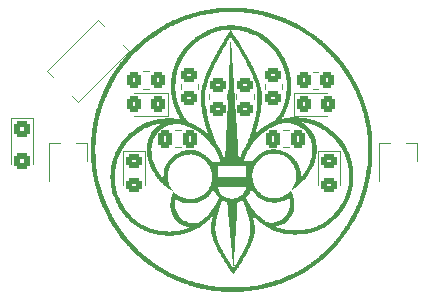
<source format=gto>
%TF.GenerationSoftware,KiCad,Pcbnew,(6.0.0)*%
%TF.CreationDate,2022-05-29T15:36:19+02:00*%
%TF.ProjectId,LED_flasher,4c45445f-666c-4617-9368-65722e6b6963,rev?*%
%TF.SameCoordinates,Original*%
%TF.FileFunction,Legend,Top*%
%TF.FilePolarity,Positive*%
%FSLAX46Y46*%
G04 Gerber Fmt 4.6, Leading zero omitted, Abs format (unit mm)*
G04 Created by KiCad (PCBNEW (6.0.0)) date 2022-05-29 15:36:19*
%MOMM*%
%LPD*%
G01*
G04 APERTURE LIST*
G04 Aperture macros list*
%AMRoundRect*
0 Rectangle with rounded corners*
0 $1 Rounding radius*
0 $2 $3 $4 $5 $6 $7 $8 $9 X,Y pos of 4 corners*
0 Add a 4 corners polygon primitive as box body*
4,1,4,$2,$3,$4,$5,$6,$7,$8,$9,$2,$3,0*
0 Add four circle primitives for the rounded corners*
1,1,$1+$1,$2,$3*
1,1,$1+$1,$4,$5*
1,1,$1+$1,$6,$7*
1,1,$1+$1,$8,$9*
0 Add four rect primitives between the rounded corners*
20,1,$1+$1,$2,$3,$4,$5,0*
20,1,$1+$1,$4,$5,$6,$7,0*
20,1,$1+$1,$6,$7,$8,$9,0*
20,1,$1+$1,$8,$9,$2,$3,0*%
%AMRotRect*
0 Rectangle, with rotation*
0 The origin of the aperture is its center*
0 $1 length*
0 $2 width*
0 $3 Rotation angle, in degrees counterclockwise*
0 Add horizontal line*
21,1,$1,$2,0,0,$3*%
G04 Aperture macros list end*
%ADD10C,0.120000*%
%ADD11RoundRect,0.250000X0.450000X-0.350000X0.450000X0.350000X-0.450000X0.350000X-0.450000X-0.350000X0*%
%ADD12RotRect,2.000000X2.000000X225.000000*%
%ADD13RoundRect,0.250000X-0.450000X0.325000X-0.450000X-0.325000X0.450000X-0.325000X0.450000X0.325000X0*%
%ADD14RoundRect,0.250000X-0.425000X0.450000X-0.425000X-0.450000X0.425000X-0.450000X0.425000X0.450000X0*%
%ADD15R,0.800000X1.900000*%
%ADD16RoundRect,0.250000X-0.337500X-0.475000X0.337500X-0.475000X0.337500X0.475000X-0.337500X0.475000X0*%
%ADD17RoundRect,0.250000X0.350000X0.450000X-0.350000X0.450000X-0.350000X-0.450000X0.350000X-0.450000X0*%
%ADD18RoundRect,0.250000X-0.350000X-0.450000X0.350000X-0.450000X0.350000X0.450000X-0.350000X0.450000X0*%
%ADD19RoundRect,0.250000X0.325000X0.450000X-0.325000X0.450000X-0.325000X-0.450000X0.325000X-0.450000X0*%
%ADD20RoundRect,0.250000X0.337500X0.475000X-0.337500X0.475000X-0.337500X-0.475000X0.337500X-0.475000X0*%
%ADD21RoundRect,0.250000X-0.325000X-0.450000X0.325000X-0.450000X0.325000X0.450000X-0.325000X0.450000X0*%
G04 APERTURE END LIST*
D10*
%TO.C,R3*%
X54129000Y-41883064D02*
X54129000Y-41428936D01*
X55599000Y-41883064D02*
X55599000Y-41428936D01*
%TO.C,SW1*%
X42459476Y-41579970D02*
X42959401Y-42079894D01*
X40843030Y-39963524D02*
X40343106Y-39463599D01*
X40343106Y-39463599D02*
X44670599Y-35136106D01*
X47286894Y-37752401D02*
X42959401Y-42079894D01*
X46786970Y-37252476D02*
X47286894Y-37752401D01*
X44670599Y-35136106D02*
X45170524Y-35636030D01*
%TO.C,D4*%
X65222000Y-49133000D02*
X65222000Y-46273000D01*
X65222000Y-46273000D02*
X63302000Y-46273000D01*
X63302000Y-46273000D02*
X63302000Y-49133000D01*
%TO.C,G\u002A\u002A\u002A*%
G36*
X54259417Y-52736664D02*
G01*
X54259525Y-52734108D01*
X54265676Y-52608525D01*
X54273346Y-52502335D01*
X54283905Y-52405690D01*
X54298722Y-52308742D01*
X54319169Y-52201642D01*
X54346616Y-52074542D01*
X54358831Y-52020427D01*
X54377718Y-51932830D01*
X54392655Y-51854683D01*
X54402329Y-51793559D01*
X54405427Y-51757031D01*
X54405143Y-51753351D01*
X54399930Y-51737705D01*
X54387788Y-51737119D01*
X54364164Y-51754540D01*
X54324504Y-51792911D01*
X54291409Y-51826913D01*
X54235633Y-51886317D01*
X54183140Y-51944888D01*
X54143195Y-51992217D01*
X54135475Y-52002097D01*
X54092567Y-52051790D01*
X54045984Y-52096164D01*
X54035626Y-52104444D01*
X53998738Y-52133541D01*
X53945012Y-52177424D01*
X53883916Y-52228327D01*
X53860242Y-52248315D01*
X53762327Y-52331046D01*
X53685055Y-52395489D01*
X53622859Y-52446020D01*
X53570169Y-52487016D01*
X53521419Y-52522854D01*
X53471038Y-52557909D01*
X53437877Y-52580276D01*
X53313539Y-52662809D01*
X53217125Y-52725268D01*
X53148411Y-52767793D01*
X53107175Y-52790523D01*
X53094935Y-52794749D01*
X53073863Y-52803106D01*
X53032351Y-52825014D01*
X52979413Y-52855714D01*
X52917578Y-52889975D01*
X52837571Y-52930108D01*
X52747991Y-52972254D01*
X52657438Y-53012549D01*
X52574515Y-53047133D01*
X52507820Y-53072142D01*
X52476034Y-53081733D01*
X52424443Y-53098392D01*
X52368286Y-53122202D01*
X52363662Y-53124474D01*
X52307161Y-53147985D01*
X52223818Y-53176573D01*
X52120718Y-53208283D01*
X52004950Y-53241157D01*
X51883600Y-53273241D01*
X51763757Y-53302577D01*
X51652507Y-53327210D01*
X51575326Y-53342063D01*
X51428660Y-53365958D01*
X51288039Y-53384730D01*
X51148198Y-53398559D01*
X51003871Y-53407625D01*
X50849793Y-53412106D01*
X50680698Y-53412181D01*
X50491322Y-53408029D01*
X50276399Y-53399830D01*
X50110272Y-53391898D01*
X50015134Y-53382584D01*
X49894126Y-53363799D01*
X49754225Y-53337107D01*
X49602408Y-53304076D01*
X49445652Y-53266273D01*
X49290933Y-53225264D01*
X49145229Y-53182615D01*
X49067850Y-53157829D01*
X48948220Y-53115077D01*
X48817113Y-53063193D01*
X48682134Y-53005624D01*
X48550891Y-52945817D01*
X48430990Y-52887219D01*
X48330036Y-52833276D01*
X48266049Y-52794486D01*
X48102508Y-52685941D01*
X47964364Y-52593425D01*
X47847930Y-52514126D01*
X47749517Y-52445234D01*
X47665438Y-52383941D01*
X47592005Y-52327436D01*
X47525530Y-52272910D01*
X47462325Y-52217552D01*
X47398703Y-52158554D01*
X47330976Y-52093105D01*
X47281794Y-52044572D01*
X47121531Y-51881552D01*
X46982329Y-51730205D01*
X46857189Y-51581873D01*
X46739115Y-51427897D01*
X46621106Y-51259618D01*
X46508757Y-51088133D01*
X46357802Y-50830627D01*
X46218872Y-50551737D01*
X46095705Y-50260641D01*
X45992036Y-49966517D01*
X45911601Y-49678546D01*
X45883876Y-49552886D01*
X45867099Y-49472098D01*
X45850893Y-49398858D01*
X45837514Y-49343134D01*
X45831354Y-49320875D01*
X45821907Y-49277620D01*
X45812647Y-49213367D01*
X45805524Y-49141724D01*
X45805315Y-49138951D01*
X45797725Y-49058375D01*
X45786314Y-48961884D01*
X45773274Y-48867688D01*
X45770381Y-48848926D01*
X45758646Y-48749594D01*
X45750633Y-48630117D01*
X45746458Y-48500659D01*
X45746444Y-48492241D01*
X46115540Y-48492241D01*
X46121585Y-48733640D01*
X46139242Y-48958923D01*
X46157555Y-49095636D01*
X46195186Y-49310205D01*
X46236207Y-49502225D01*
X46283793Y-49683094D01*
X46341121Y-49864210D01*
X46411366Y-50056973D01*
X46459242Y-50178515D01*
X46615606Y-50530068D01*
X46792101Y-50855964D01*
X46991275Y-51159614D01*
X47215673Y-51444429D01*
X47467842Y-51713817D01*
X47750328Y-51971190D01*
X47873257Y-52072238D01*
X48002286Y-52174641D01*
X48110499Y-52258471D01*
X48203553Y-52327518D01*
X48287105Y-52385568D01*
X48366814Y-52436409D01*
X48448335Y-52483827D01*
X48537328Y-52531610D01*
X48629896Y-52578765D01*
X48682976Y-52605670D01*
X48725962Y-52627998D01*
X48742516Y-52636971D01*
X48779995Y-52656558D01*
X48832851Y-52682109D01*
X48891859Y-52709434D01*
X48947797Y-52734348D01*
X48991443Y-52752661D01*
X49013573Y-52760186D01*
X49013918Y-52760204D01*
X49038665Y-52767608D01*
X49071711Y-52782836D01*
X49150336Y-52816755D01*
X49258954Y-52853137D01*
X49393091Y-52890860D01*
X49548274Y-52928798D01*
X49720030Y-52965829D01*
X49903885Y-53000828D01*
X50015981Y-53020030D01*
X50158638Y-53039157D01*
X50320930Y-53053747D01*
X50493155Y-53063477D01*
X50665612Y-53068022D01*
X50828601Y-53067060D01*
X50972419Y-53060268D01*
X51038218Y-53054116D01*
X51123906Y-53044612D01*
X51214553Y-53035144D01*
X51289446Y-53027865D01*
X51361812Y-53018578D01*
X51454811Y-53002630D01*
X51562313Y-52981474D01*
X51678184Y-52956566D01*
X51796295Y-52929360D01*
X51910512Y-52901311D01*
X52014706Y-52873873D01*
X52102743Y-52848502D01*
X52168493Y-52826651D01*
X52204073Y-52810881D01*
X52236381Y-52796381D01*
X52289042Y-52777597D01*
X52334198Y-52763511D01*
X52387229Y-52745355D01*
X52423568Y-52727864D01*
X52434487Y-52716782D01*
X52418985Y-52703815D01*
X52380171Y-52691518D01*
X52359994Y-52687664D01*
X52295247Y-52673157D01*
X52208247Y-52647877D01*
X52108397Y-52615154D01*
X52005096Y-52578315D01*
X51907748Y-52540689D01*
X51825752Y-52505605D01*
X51776843Y-52481221D01*
X51656589Y-52404310D01*
X51531994Y-52307729D01*
X51410479Y-52198538D01*
X51299462Y-52083797D01*
X51206361Y-51970568D01*
X51147956Y-51882700D01*
X51113240Y-51826262D01*
X51076759Y-51772191D01*
X51070238Y-51763244D01*
X51029322Y-51694766D01*
X50986299Y-51599319D01*
X50943542Y-51484298D01*
X50903427Y-51357095D01*
X50868325Y-51225103D01*
X50840611Y-51095715D01*
X50825668Y-51001503D01*
X50817596Y-50880345D01*
X50820158Y-50737175D01*
X50825694Y-50666528D01*
X51205213Y-50666528D01*
X51215408Y-50858886D01*
X51247683Y-51053701D01*
X51300079Y-51245261D01*
X51370641Y-51427855D01*
X51457411Y-51595770D01*
X51558433Y-51743295D01*
X51671749Y-51864716D01*
X51701297Y-51889940D01*
X51752124Y-51932572D01*
X51797290Y-51972762D01*
X51817633Y-51992340D01*
X51900939Y-52063283D01*
X52010335Y-52134305D01*
X52137570Y-52200838D01*
X52274394Y-52258315D01*
X52337672Y-52280259D01*
X52409367Y-52303577D01*
X52474620Y-52325105D01*
X52521490Y-52340896D01*
X52528259Y-52343248D01*
X52568188Y-52350184D01*
X52637946Y-52354432D01*
X52732801Y-52355838D01*
X52848024Y-52354248D01*
X52857454Y-52354001D01*
X53134671Y-52346506D01*
X53273280Y-52254154D01*
X53434210Y-52143165D01*
X53575894Y-52036344D01*
X53706485Y-51926573D01*
X53834139Y-51806733D01*
X53967009Y-51669705D01*
X54063133Y-51564599D01*
X54187232Y-51422912D01*
X54288571Y-51299151D01*
X54370738Y-51188736D01*
X54437318Y-51087086D01*
X54438185Y-51085657D01*
X54481630Y-51018186D01*
X54531937Y-50945956D01*
X54556899Y-50912396D01*
X54584550Y-50870562D01*
X54622591Y-50804956D01*
X54667701Y-50722165D01*
X54716558Y-50628775D01*
X54765841Y-50531371D01*
X54812230Y-50436539D01*
X54852403Y-50350866D01*
X54883038Y-50280937D01*
X54900815Y-50233338D01*
X54902576Y-50226911D01*
X54905109Y-50198026D01*
X54894522Y-50168649D01*
X54866409Y-50130556D01*
X54828366Y-50088303D01*
X54694262Y-49921932D01*
X54579074Y-49732118D01*
X54534674Y-49640816D01*
X54504763Y-49579512D01*
X54477913Y-49533478D01*
X54458322Y-49509559D01*
X54453058Y-49507813D01*
X54435192Y-49525575D01*
X54409324Y-49564822D01*
X54390325Y-49599310D01*
X54354655Y-49658601D01*
X54301274Y-49734705D01*
X54236516Y-49819482D01*
X54166715Y-49904795D01*
X54098204Y-49982503D01*
X54064813Y-50017587D01*
X53965278Y-50109249D01*
X53843893Y-50206407D01*
X53710981Y-50301679D01*
X53576863Y-50387686D01*
X53451862Y-50457047D01*
X53446540Y-50459696D01*
X53218271Y-50554187D01*
X52973338Y-50621393D01*
X52716825Y-50661007D01*
X52453814Y-50672724D01*
X52189387Y-50656239D01*
X51928627Y-50611245D01*
X51748587Y-50561853D01*
X51568458Y-50489866D01*
X51383104Y-50386971D01*
X51368131Y-50377476D01*
X51316838Y-50347321D01*
X51276464Y-50328449D01*
X51256213Y-50324909D01*
X51246980Y-50345232D01*
X51235361Y-50391415D01*
X51223364Y-50454946D01*
X51219055Y-50482339D01*
X51205213Y-50666528D01*
X50825694Y-50666528D01*
X50832272Y-50582591D01*
X50852858Y-50427193D01*
X50880833Y-50281578D01*
X50910430Y-50170819D01*
X50927643Y-50112636D01*
X50939424Y-50065877D01*
X50942925Y-50044095D01*
X50949732Y-50016021D01*
X50967269Y-49968789D01*
X50983733Y-49930508D01*
X51011318Y-49866356D01*
X51036093Y-49803104D01*
X51045718Y-49775684D01*
X51068566Y-49728138D01*
X51097487Y-49713279D01*
X51135671Y-49730651D01*
X51166330Y-49758358D01*
X51328513Y-49903497D01*
X51510086Y-50026664D01*
X51715710Y-50130759D01*
X51852016Y-50185068D01*
X51959920Y-50222746D01*
X52048402Y-50249111D01*
X52129631Y-50267088D01*
X52215775Y-50279603D01*
X52267841Y-50285047D01*
X52362970Y-50291710D01*
X52461812Y-50294731D01*
X52549547Y-50293816D01*
X52588900Y-50291420D01*
X52669203Y-50284168D01*
X52751002Y-50276816D01*
X52811723Y-50271390D01*
X52886237Y-50259315D01*
X52964011Y-50238695D01*
X52989956Y-50229485D01*
X53044495Y-50210176D01*
X53089542Y-50198008D01*
X53105764Y-50195841D01*
X53138968Y-50187335D01*
X53194830Y-50164158D01*
X53266509Y-50129822D01*
X53347163Y-50087836D01*
X53429951Y-50041713D01*
X53508032Y-49994963D01*
X53550496Y-49967592D01*
X53636001Y-49903501D01*
X53730593Y-49821194D01*
X53825448Y-49729347D01*
X53911742Y-49636637D01*
X53980650Y-49551739D01*
X53996816Y-49528788D01*
X54061321Y-49425933D01*
X54091543Y-49371597D01*
X54875940Y-49371597D01*
X54883854Y-49422929D01*
X54905104Y-49494908D01*
X54935947Y-49578025D01*
X54972642Y-49662776D01*
X55011448Y-49739653D01*
X55038488Y-49784630D01*
X55147160Y-49917767D01*
X55283543Y-50034344D01*
X55443753Y-50132041D01*
X55623909Y-50208536D01*
X55820128Y-50261506D01*
X55843268Y-50265933D01*
X55918386Y-50273658D01*
X56015821Y-50275201D01*
X56123913Y-50271171D01*
X56231000Y-50262181D01*
X56325421Y-50248842D01*
X56374644Y-50238085D01*
X56513601Y-50189673D01*
X57232284Y-50189673D01*
X57240304Y-50216550D01*
X57262393Y-50267934D01*
X57295592Y-50338153D01*
X57336943Y-50421533D01*
X57383487Y-50512402D01*
X57432264Y-50605085D01*
X57480318Y-50693912D01*
X57524689Y-50773208D01*
X57562419Y-50837300D01*
X57590549Y-50880516D01*
X57596936Y-50888883D01*
X57629851Y-50930238D01*
X57678071Y-50992372D01*
X57736205Y-51068272D01*
X57798866Y-51150920D01*
X57829839Y-51192089D01*
X57895858Y-51277836D01*
X57963691Y-51362060D01*
X58026892Y-51437011D01*
X58079016Y-51494937D01*
X58096358Y-51512621D01*
X58154435Y-51570756D01*
X58212639Y-51631268D01*
X58258006Y-51680656D01*
X58306036Y-51730261D01*
X58367595Y-51787359D01*
X58422597Y-51834029D01*
X58474050Y-51876122D01*
X58515759Y-51911711D01*
X58539388Y-51933664D01*
X58540401Y-51934794D01*
X58569915Y-51962343D01*
X58619449Y-52002164D01*
X58680013Y-52047572D01*
X58742621Y-52091884D01*
X58798283Y-52128414D01*
X58811437Y-52136359D01*
X58872378Y-52176411D01*
X58933250Y-52222710D01*
X58947549Y-52234894D01*
X58974775Y-52257218D01*
X59002612Y-52273987D01*
X59036465Y-52286097D01*
X59081737Y-52294443D01*
X59143831Y-52299920D01*
X59228151Y-52303423D01*
X59340101Y-52305847D01*
X59379821Y-52306497D01*
X59476375Y-52306742D01*
X59550822Y-52302957D01*
X59615614Y-52293638D01*
X59683204Y-52277282D01*
X59726342Y-52264664D01*
X59867965Y-52214029D01*
X60017612Y-52147429D01*
X60159215Y-52072435D01*
X60238355Y-52023427D01*
X60307371Y-51970404D01*
X60388844Y-51896956D01*
X60475235Y-51810960D01*
X60559006Y-51720293D01*
X60632621Y-51632833D01*
X60688540Y-51556456D01*
X60695211Y-51546001D01*
X60752755Y-51448024D01*
X60798638Y-51355432D01*
X60837866Y-51256475D01*
X60875446Y-51139401D01*
X60890069Y-51088668D01*
X60910535Y-51012124D01*
X60924383Y-50947068D01*
X60932838Y-50882973D01*
X60937121Y-50809316D01*
X60938456Y-50715570D01*
X60938444Y-50672307D01*
X60935892Y-50553731D01*
X60929291Y-50444810D01*
X60919309Y-50351155D01*
X60906615Y-50278377D01*
X60891878Y-50232087D01*
X60884724Y-50221360D01*
X60866010Y-50224866D01*
X60826061Y-50244155D01*
X60772273Y-50275486D01*
X60750736Y-50289128D01*
X60601470Y-50378547D01*
X60453946Y-50451037D01*
X60301683Y-50508512D01*
X60138200Y-50552886D01*
X59957017Y-50586072D01*
X59751654Y-50609983D01*
X59631943Y-50619471D01*
X59565495Y-50619368D01*
X59474967Y-50612899D01*
X59370062Y-50601411D01*
X59260485Y-50586249D01*
X59155939Y-50568760D01*
X59066126Y-50550289D01*
X59000751Y-50532182D01*
X58999542Y-50531755D01*
X58824413Y-50464238D01*
X58655135Y-50388899D01*
X58499220Y-50309499D01*
X58364182Y-50229802D01*
X58280510Y-50171632D01*
X58209234Y-50111457D01*
X58125033Y-50031066D01*
X58035238Y-49938355D01*
X57947182Y-49841221D01*
X57868195Y-49747562D01*
X57805610Y-49665276D01*
X57792281Y-49645739D01*
X57749906Y-49584960D01*
X57712215Y-49537027D01*
X57684415Y-49508251D01*
X57674397Y-49502799D01*
X57655963Y-49517856D01*
X57634675Y-49556338D01*
X57623206Y-49586160D01*
X57585453Y-49675596D01*
X57528526Y-49779727D01*
X57458218Y-49889224D01*
X57380326Y-49994758D01*
X57336710Y-50047322D01*
X57290647Y-50102573D01*
X57254964Y-50149756D01*
X57234866Y-50181776D01*
X57232284Y-50189673D01*
X56513601Y-50189673D01*
X56552629Y-50176076D01*
X56716341Y-50090724D01*
X56862490Y-49985311D01*
X56987787Y-49863120D01*
X57088943Y-49727434D01*
X57162668Y-49581535D01*
X57205674Y-49428705D01*
X57209313Y-49405081D01*
X57219668Y-49329538D01*
X54875940Y-49329538D01*
X54875940Y-49371597D01*
X54091543Y-49371597D01*
X54123216Y-49314652D01*
X54177797Y-49204358D01*
X54220361Y-49104466D01*
X54243517Y-49034995D01*
X54265806Y-48952734D01*
X54290691Y-48862168D01*
X54305272Y-48809756D01*
X54317927Y-48744635D01*
X54327795Y-48654858D01*
X54334694Y-48549082D01*
X54338442Y-48435965D01*
X54338469Y-48428583D01*
X54858614Y-48428583D01*
X57232284Y-48428583D01*
X57232284Y-48358173D01*
X57752065Y-48358173D01*
X57758586Y-48483663D01*
X57776620Y-48626029D01*
X57803873Y-48773559D01*
X57838053Y-48914538D01*
X57876867Y-49037255D01*
X57893042Y-49078288D01*
X58010072Y-49313378D01*
X58151287Y-49523843D01*
X58317184Y-49710350D01*
X58455174Y-49832569D01*
X58521748Y-49881632D01*
X58604589Y-49936397D01*
X58695617Y-49992164D01*
X58786750Y-50044233D01*
X58869909Y-50087904D01*
X58937013Y-50118478D01*
X58962086Y-50127404D01*
X59018144Y-50144134D01*
X59085403Y-50164157D01*
X59112161Y-50172109D01*
X59180001Y-50188557D01*
X59267846Y-50204706D01*
X59365181Y-50219173D01*
X59461491Y-50230571D01*
X59546260Y-50237516D01*
X59608975Y-50238623D01*
X59614617Y-50238291D01*
X59663562Y-50234790D01*
X59734567Y-50229727D01*
X59815124Y-50223992D01*
X59846306Y-50221775D01*
X59920853Y-50215621D01*
X59983730Y-50207551D01*
X60043049Y-50195441D01*
X60106920Y-50177165D01*
X60183456Y-50150597D01*
X60280767Y-50113611D01*
X60324985Y-50096342D01*
X60511832Y-50010705D01*
X60681647Y-49905311D01*
X60844630Y-49773634D01*
X60879511Y-49741497D01*
X60935966Y-49689118D01*
X60983560Y-49646279D01*
X61016408Y-49618201D01*
X61027853Y-49609958D01*
X61042927Y-49621713D01*
X61066019Y-49661519D01*
X61095121Y-49724259D01*
X61128226Y-49804815D01*
X61163328Y-49898068D01*
X61198419Y-49998900D01*
X61231492Y-50102192D01*
X61260541Y-50202826D01*
X61260993Y-50204504D01*
X61277644Y-50269647D01*
X61290151Y-50329076D01*
X61299288Y-50390108D01*
X61305828Y-50460060D01*
X61310546Y-50546251D01*
X61314215Y-50655997D01*
X61315953Y-50724286D01*
X61324227Y-51070807D01*
X61253519Y-51303716D01*
X61224380Y-51394427D01*
X61194489Y-51478460D01*
X61166998Y-51547505D01*
X61145061Y-51593249D01*
X61141452Y-51599122D01*
X61109829Y-51650901D01*
X61073532Y-51715985D01*
X61052682Y-51756049D01*
X60987466Y-51863442D01*
X60897704Y-51979100D01*
X60790076Y-52096267D01*
X60671264Y-52208190D01*
X60547948Y-52308114D01*
X60426811Y-52389284D01*
X60425652Y-52389967D01*
X60329485Y-52440180D01*
X60210482Y-52492639D01*
X60079848Y-52543111D01*
X59948788Y-52587362D01*
X59828506Y-52621160D01*
X59790978Y-52629747D01*
X59758173Y-52642766D01*
X59748461Y-52659175D01*
X59766355Y-52671277D01*
X59809514Y-52690238D01*
X59869907Y-52713314D01*
X59939505Y-52737758D01*
X60010277Y-52760826D01*
X60074194Y-52779771D01*
X60123226Y-52791848D01*
X60144968Y-52794749D01*
X60178424Y-52801280D01*
X60227846Y-52817744D01*
X60249913Y-52826606D01*
X60304650Y-52844966D01*
X60378638Y-52863541D01*
X60456702Y-52878565D01*
X60463593Y-52879642D01*
X60538340Y-52892306D01*
X60607718Y-52906185D01*
X60658168Y-52918537D01*
X60662843Y-52919955D01*
X60727072Y-52934237D01*
X60820021Y-52946714D01*
X60935795Y-52957176D01*
X61068499Y-52965413D01*
X61212236Y-52971214D01*
X61361113Y-52974370D01*
X61509233Y-52974669D01*
X61650702Y-52971901D01*
X61779624Y-52965856D01*
X61834792Y-52961774D01*
X61967822Y-52946814D01*
X62123349Y-52923327D01*
X62292040Y-52893210D01*
X62464562Y-52858359D01*
X62631583Y-52820671D01*
X62783770Y-52782044D01*
X62911791Y-52744374D01*
X62923893Y-52740405D01*
X63013845Y-52707469D01*
X63122657Y-52662910D01*
X63241313Y-52610871D01*
X63360799Y-52555497D01*
X63472102Y-52500931D01*
X63566206Y-52451318D01*
X63616936Y-52421806D01*
X63669356Y-52390534D01*
X63713452Y-52366301D01*
X63733248Y-52357002D01*
X63772435Y-52337046D01*
X63830569Y-52301219D01*
X63899441Y-52255179D01*
X63970842Y-52204581D01*
X64036564Y-52155080D01*
X64088399Y-52112333D01*
X64088575Y-52112177D01*
X64137403Y-52069914D01*
X64203456Y-52014346D01*
X64276840Y-51953739D01*
X64327304Y-51912717D01*
X64429690Y-51823844D01*
X64545716Y-51712564D01*
X64669687Y-51585228D01*
X64795907Y-51448187D01*
X64918683Y-51307791D01*
X65032319Y-51170391D01*
X65131122Y-51042337D01*
X65209397Y-50929980D01*
X65211590Y-50926573D01*
X65409921Y-50585795D01*
X65580034Y-50226349D01*
X65720888Y-49851070D01*
X65831440Y-49462789D01*
X65910647Y-49064342D01*
X65920268Y-49000343D01*
X65929282Y-48924472D01*
X65935918Y-48836342D01*
X65940337Y-48731148D01*
X65942699Y-48604086D01*
X65943166Y-48450352D01*
X65942523Y-48333290D01*
X65941192Y-48188166D01*
X65939456Y-48071144D01*
X65936814Y-47975674D01*
X65932765Y-47895205D01*
X65926809Y-47823188D01*
X65918445Y-47753073D01*
X65907173Y-47678308D01*
X65892490Y-47592345D01*
X65880929Y-47527628D01*
X65836397Y-47308638D01*
X65782009Y-47096085D01*
X65714641Y-46879180D01*
X65631168Y-46647133D01*
X65609959Y-46592021D01*
X65575855Y-46504947D01*
X65547340Y-46434888D01*
X65520826Y-46374729D01*
X65492724Y-46317355D01*
X65459445Y-46255651D01*
X65417401Y-46182503D01*
X65363005Y-46090795D01*
X65325955Y-46028924D01*
X65253387Y-45909122D01*
X65188618Y-45805854D01*
X65127840Y-45714342D01*
X65067239Y-45629812D01*
X65003007Y-45547487D01*
X64931330Y-45462590D01*
X64848399Y-45370345D01*
X64750402Y-45265976D01*
X64633528Y-45144707D01*
X64561206Y-45070493D01*
X64450534Y-44960393D01*
X64344884Y-44862871D01*
X64236647Y-44771719D01*
X64118215Y-44680729D01*
X63981977Y-44583693D01*
X63876827Y-44512124D01*
X63756453Y-44435935D01*
X63617501Y-44355685D01*
X63467062Y-44274863D01*
X63312228Y-44196957D01*
X63160090Y-44125456D01*
X63017739Y-44063849D01*
X62892266Y-44015624D01*
X62819937Y-43992178D01*
X62641896Y-43942030D01*
X62478396Y-43898952D01*
X62332193Y-43863508D01*
X62206042Y-43836264D01*
X62102698Y-43817784D01*
X62024915Y-43808635D01*
X61975449Y-43809381D01*
X61959540Y-43815679D01*
X61957643Y-43832728D01*
X61984472Y-43855074D01*
X62016546Y-43872706D01*
X62197171Y-43979964D01*
X62375089Y-44115622D01*
X62543700Y-44273648D01*
X62696406Y-44448010D01*
X62796137Y-44585286D01*
X62850604Y-44669761D01*
X62903273Y-44755799D01*
X62948223Y-44833467D01*
X62979538Y-44892831D01*
X62980129Y-44894067D01*
X63030106Y-45014072D01*
X63078947Y-45159771D01*
X63124032Y-45322241D01*
X63162737Y-45492557D01*
X63175576Y-45559390D01*
X63188234Y-45632986D01*
X63197459Y-45699020D01*
X63203607Y-45764671D01*
X63207040Y-45837118D01*
X63208114Y-45923540D01*
X63207189Y-46031117D01*
X63205017Y-46148476D01*
X63200728Y-46304322D01*
X63194076Y-46434953D01*
X63183607Y-46549127D01*
X63167865Y-46655603D01*
X63145396Y-46763139D01*
X63114745Y-46880491D01*
X63074459Y-47016419D01*
X63045431Y-47109351D01*
X62941746Y-47394187D01*
X62810633Y-47683343D01*
X62656768Y-47968100D01*
X62484831Y-48239739D01*
X62315993Y-48468949D01*
X62260297Y-48534712D01*
X62185605Y-48616771D01*
X62097665Y-48709370D01*
X62002223Y-48806752D01*
X61905028Y-48903163D01*
X61811826Y-48992846D01*
X61728366Y-49070045D01*
X61660394Y-49129005D01*
X61642785Y-49143134D01*
X61596470Y-49180429D01*
X61544323Y-49224025D01*
X61532405Y-49234245D01*
X61477532Y-49278683D01*
X61397894Y-49338959D01*
X61297725Y-49411937D01*
X61181256Y-49494482D01*
X61177941Y-49496803D01*
X61130878Y-49524889D01*
X61104368Y-49530511D01*
X61100944Y-49514331D01*
X61119746Y-49481606D01*
X61236496Y-49305231D01*
X61326756Y-49132942D01*
X61395010Y-48957028D01*
X61438855Y-48803812D01*
X61469335Y-48655767D01*
X61484955Y-48521632D01*
X61485599Y-48427702D01*
X61481536Y-48358795D01*
X61476559Y-48270441D01*
X61471515Y-48177803D01*
X61469643Y-48142440D01*
X61443173Y-47941720D01*
X61386032Y-47736367D01*
X61300708Y-47531816D01*
X61189690Y-47333496D01*
X61055465Y-47146842D01*
X60967040Y-47045078D01*
X60876317Y-46960003D01*
X60760520Y-46870142D01*
X60627759Y-46780692D01*
X60486146Y-46696847D01*
X60343790Y-46623802D01*
X60237166Y-46577554D01*
X60185618Y-46561203D01*
X60109922Y-46542107D01*
X60020204Y-46522626D01*
X59926591Y-46505119D01*
X59925297Y-46504899D01*
X59670642Y-46477994D01*
X59421229Y-46484152D01*
X59179364Y-46522729D01*
X58947350Y-46593083D01*
X58727493Y-46694569D01*
X58522095Y-46826544D01*
X58392306Y-46932973D01*
X58260183Y-47059551D01*
X58150065Y-47183580D01*
X58056263Y-47313350D01*
X57973092Y-47457147D01*
X57894863Y-47623257D01*
X57858300Y-47711111D01*
X57831469Y-47793820D01*
X57806087Y-47901086D01*
X57783812Y-48022816D01*
X57766299Y-48148915D01*
X57755208Y-48269291D01*
X57752065Y-48358173D01*
X57232284Y-48358173D01*
X57232284Y-47510302D01*
X54858614Y-47510302D01*
X54858614Y-48428583D01*
X54338469Y-48428583D01*
X54338855Y-48324164D01*
X54335751Y-48222336D01*
X54328948Y-48139138D01*
X54320437Y-48090725D01*
X54248161Y-47848316D01*
X54165343Y-47634526D01*
X54069391Y-47444245D01*
X53957712Y-47272364D01*
X53827712Y-47113774D01*
X53820838Y-47106268D01*
X53727680Y-47018221D01*
X53609567Y-46926681D01*
X53475074Y-46836890D01*
X53332781Y-46754089D01*
X53191264Y-46683521D01*
X53059101Y-46630426D01*
X53023318Y-46618916D01*
X52784407Y-46563781D01*
X52541471Y-46539387D01*
X52299270Y-46545363D01*
X52062562Y-46581334D01*
X51836105Y-46646930D01*
X51654662Y-46725992D01*
X51425200Y-46860515D01*
X51223896Y-47014895D01*
X51050293Y-47189749D01*
X50903936Y-47385689D01*
X50784367Y-47603332D01*
X50691130Y-47843293D01*
X50623767Y-48106185D01*
X50621696Y-48116714D01*
X50599010Y-48308005D01*
X50600832Y-48516955D01*
X50626708Y-48737190D01*
X50676179Y-48962336D01*
X50684333Y-48991680D01*
X50708328Y-49059447D01*
X50745244Y-49144351D01*
X50790607Y-49237828D01*
X50839939Y-49331309D01*
X50888764Y-49416230D01*
X50932605Y-49484024D01*
X50959756Y-49518733D01*
X51008389Y-49574888D01*
X51030854Y-49608623D01*
X51026820Y-49620607D01*
X50995955Y-49611509D01*
X50937931Y-49581999D01*
X50930545Y-49577909D01*
X50869989Y-49542485D01*
X50808416Y-49502449D01*
X50740034Y-49453608D01*
X50659051Y-49391769D01*
X50559673Y-49312742D01*
X50521503Y-49281892D01*
X50404940Y-49187188D01*
X50310873Y-49110063D01*
X50234730Y-49046456D01*
X50171941Y-48992310D01*
X50117934Y-48943564D01*
X50068139Y-48896160D01*
X50017983Y-48846040D01*
X49962896Y-48789144D01*
X49942222Y-48767525D01*
X49879040Y-48700709D01*
X49825340Y-48641970D01*
X49776638Y-48585686D01*
X49728450Y-48526234D01*
X49676291Y-48457992D01*
X49615677Y-48375337D01*
X49542123Y-48272645D01*
X49498460Y-48211138D01*
X49395028Y-48050340D01*
X49291692Y-47861654D01*
X49191395Y-47651729D01*
X49097085Y-47427212D01*
X49011705Y-47194751D01*
X48938201Y-46960994D01*
X48926990Y-46921216D01*
X48898786Y-46803503D01*
X48873613Y-46668255D01*
X48852228Y-46523000D01*
X48835393Y-46375266D01*
X48823868Y-46232584D01*
X48818594Y-46106811D01*
X49220925Y-46106811D01*
X49223580Y-46353809D01*
X49245499Y-46603354D01*
X49264405Y-46730629D01*
X49301210Y-46901147D01*
X49354737Y-47085561D01*
X49422029Y-47277141D01*
X49500131Y-47469156D01*
X49586088Y-47654876D01*
X49676945Y-47827572D01*
X49769745Y-47980511D01*
X49861535Y-48106965D01*
X49876854Y-48125377D01*
X49927431Y-48188573D01*
X49978383Y-48258166D01*
X50005524Y-48298638D01*
X50045445Y-48356303D01*
X50090744Y-48413690D01*
X50135264Y-48463893D01*
X50172849Y-48500004D01*
X50197341Y-48515118D01*
X50198580Y-48515213D01*
X50211138Y-48500092D01*
X50221525Y-48463251D01*
X50222231Y-48458904D01*
X50227139Y-48416526D01*
X50233003Y-48350896D01*
X50238850Y-48273360D01*
X50241191Y-48237996D01*
X50265151Y-48028113D01*
X50309186Y-47818298D01*
X50370725Y-47617205D01*
X50447201Y-47433487D01*
X50518934Y-47302389D01*
X50595651Y-47181488D01*
X50660781Y-47084168D01*
X50719370Y-47003610D01*
X50776464Y-46932998D01*
X50837111Y-46865513D01*
X50860371Y-46841099D01*
X51055810Y-46663354D01*
X51276840Y-46508496D01*
X51522535Y-46377104D01*
X51753200Y-46283193D01*
X51846207Y-46250764D01*
X51920090Y-46227243D01*
X51984840Y-46210595D01*
X52050444Y-46198784D01*
X52126892Y-46189775D01*
X52224172Y-46181530D01*
X52268368Y-46178198D01*
X52505913Y-46168270D01*
X52721177Y-46176899D01*
X52922103Y-46205691D01*
X53116633Y-46256254D01*
X53312712Y-46330195D01*
X53518282Y-46429123D01*
X53524507Y-46432403D01*
X53603510Y-46474667D01*
X53677835Y-46515389D01*
X53738284Y-46549477D01*
X53771466Y-46569168D01*
X53815909Y-46601919D01*
X53875526Y-46652676D01*
X53944586Y-46715794D01*
X54017357Y-46785627D01*
X54088109Y-46856528D01*
X54151110Y-46922852D01*
X54200629Y-46978954D01*
X54230934Y-47019187D01*
X54234363Y-47025172D01*
X54254502Y-47062925D01*
X54273817Y-47091682D01*
X54297120Y-47112735D01*
X54329222Y-47127374D01*
X54374935Y-47136894D01*
X54439070Y-47142585D01*
X54526439Y-47145739D01*
X54641854Y-47147648D01*
X54692940Y-47148302D01*
X54830754Y-47149288D01*
X54935273Y-47148274D01*
X55007796Y-47145212D01*
X55049627Y-47140050D01*
X55061997Y-47134054D01*
X55058806Y-47110038D01*
X55044701Y-47063297D01*
X55022512Y-47002919D01*
X55016493Y-46987886D01*
X54986056Y-46912009D01*
X54949668Y-46819742D01*
X54913632Y-46727106D01*
X54901662Y-46695977D01*
X54838872Y-46545940D01*
X54762099Y-46384651D01*
X54676200Y-46220958D01*
X54586030Y-46063709D01*
X54496446Y-45921754D01*
X54412305Y-45803940D01*
X54411563Y-45802985D01*
X54190148Y-45531353D01*
X53972052Y-45290581D01*
X53754240Y-45077463D01*
X53585149Y-44930473D01*
X53520288Y-44878113D01*
X53447491Y-44821022D01*
X53372068Y-44763164D01*
X53299334Y-44708506D01*
X53234600Y-44661014D01*
X53183179Y-44624653D01*
X53150384Y-44603388D01*
X53141786Y-44599524D01*
X53122083Y-44590531D01*
X53080153Y-44566174D01*
X53022554Y-44530390D01*
X52968663Y-44495568D01*
X52901941Y-44453193D01*
X52844165Y-44419148D01*
X52802388Y-44397428D01*
X52785283Y-44391612D01*
X52758496Y-44383970D01*
X52710962Y-44363803D01*
X52652321Y-44335248D01*
X52644239Y-44331060D01*
X52553444Y-44287471D01*
X52438024Y-44237816D01*
X52306717Y-44185400D01*
X52168260Y-44133525D01*
X52031391Y-44085496D01*
X51904846Y-44044616D01*
X51826590Y-44021888D01*
X51745162Y-44000419D01*
X51678960Y-43985568D01*
X51618013Y-43976203D01*
X51552349Y-43971194D01*
X51471997Y-43969408D01*
X51366983Y-43969714D01*
X51366905Y-43969715D01*
X51258421Y-43971325D01*
X51173865Y-43975021D01*
X51102520Y-43982099D01*
X51033671Y-43993859D01*
X50956603Y-44011600D01*
X50899102Y-44026406D01*
X50719298Y-44078385D01*
X50553174Y-44135570D01*
X50405773Y-44195872D01*
X50282140Y-44257206D01*
X50187319Y-44317485D01*
X50177775Y-44324817D01*
X50124160Y-44362093D01*
X50068994Y-44393230D01*
X50055776Y-44399243D01*
X50008619Y-44428635D01*
X49946788Y-44481393D01*
X49875148Y-44552264D01*
X49798565Y-44635995D01*
X49721904Y-44727336D01*
X49650033Y-44821034D01*
X49604323Y-44886498D01*
X49484220Y-45083983D01*
X49389034Y-45280376D01*
X49325327Y-45448791D01*
X49272120Y-45647532D01*
X49237213Y-45869129D01*
X49220925Y-46106811D01*
X48818594Y-46106811D01*
X48818412Y-46102482D01*
X48819786Y-45992488D01*
X48826324Y-45923958D01*
X48838222Y-45840192D01*
X48849385Y-45749297D01*
X48855461Y-45691066D01*
X48870313Y-45590182D01*
X48897185Y-45466923D01*
X48933516Y-45330350D01*
X48976746Y-45189523D01*
X49024314Y-45053502D01*
X49063569Y-44954709D01*
X49084317Y-44913888D01*
X49119776Y-44852400D01*
X49165174Y-44778228D01*
X49215734Y-44699358D01*
X49221395Y-44690755D01*
X49304561Y-44575195D01*
X49403749Y-44454230D01*
X49512321Y-44334788D01*
X49623641Y-44223798D01*
X49731069Y-44128189D01*
X49827968Y-44054888D01*
X49835073Y-44050191D01*
X49911165Y-44000136D01*
X49962191Y-43965299D01*
X49992348Y-43942342D01*
X50005833Y-43927926D01*
X50006844Y-43918712D01*
X50004442Y-43915469D01*
X49979596Y-43911217D01*
X49926797Y-43916517D01*
X49850995Y-43930045D01*
X49757137Y-43950477D01*
X49650172Y-43976490D01*
X49535050Y-44006758D01*
X49416717Y-44039960D01*
X49300124Y-44074769D01*
X49190219Y-44109863D01*
X49091949Y-44143917D01*
X49010265Y-44175608D01*
X48976417Y-44190512D01*
X48807549Y-44269716D01*
X48664746Y-44338178D01*
X48542422Y-44399253D01*
X48434986Y-44456297D01*
X48336852Y-44512666D01*
X48242430Y-44571714D01*
X48146132Y-44636799D01*
X48042370Y-44711275D01*
X47925555Y-44798498D01*
X47790098Y-44901824D01*
X47783919Y-44906565D01*
X47701404Y-44975197D01*
X47603345Y-45065300D01*
X47495386Y-45170925D01*
X47383171Y-45286125D01*
X47272344Y-45404950D01*
X47168550Y-45521454D01*
X47077432Y-45629686D01*
X47004635Y-45723699D01*
X46992584Y-45740538D01*
X46896139Y-45883033D01*
X46799878Y-46035190D01*
X46707410Y-46190594D01*
X46622343Y-46342832D01*
X46548287Y-46485488D01*
X46488852Y-46612146D01*
X46454520Y-46696917D01*
X46391692Y-46871471D01*
X46340223Y-47021364D01*
X46298148Y-47153925D01*
X46263499Y-47276479D01*
X46234309Y-47396353D01*
X46208613Y-47520875D01*
X46184443Y-47657372D01*
X46166414Y-47770193D01*
X46138020Y-48000633D01*
X46121040Y-48244610D01*
X46115540Y-48492241D01*
X45746444Y-48492241D01*
X45746237Y-48371387D01*
X45750087Y-48252468D01*
X45758124Y-48154067D01*
X45762104Y-48125377D01*
X45771697Y-48054423D01*
X45780903Y-47967417D01*
X45787762Y-47882921D01*
X45787876Y-47881150D01*
X45802902Y-47738200D01*
X45830464Y-47570008D01*
X45869067Y-47383017D01*
X45917219Y-47183667D01*
X45973423Y-46978403D01*
X46036185Y-46773665D01*
X46064845Y-46687314D01*
X46110147Y-46565750D01*
X46167361Y-46430504D01*
X46233849Y-46286405D01*
X46306977Y-46138285D01*
X46384106Y-45990973D01*
X46462601Y-45849298D01*
X46539825Y-45718092D01*
X46613142Y-45602184D01*
X46679915Y-45506404D01*
X46737508Y-45435582D01*
X46760971Y-45412004D01*
X46792792Y-45379016D01*
X46838309Y-45326698D01*
X46890387Y-45263411D01*
X46923280Y-45221769D01*
X47045034Y-45077326D01*
X47192037Y-44923478D01*
X47358180Y-44765572D01*
X47537357Y-44608955D01*
X47723460Y-44458975D01*
X47910382Y-44320977D01*
X48084987Y-44204699D01*
X48222068Y-44122824D01*
X48370408Y-44041188D01*
X48523033Y-43963134D01*
X48672969Y-43892007D01*
X48813239Y-43831150D01*
X48936870Y-43783907D01*
X49012678Y-43759918D01*
X49070837Y-43743259D01*
X49147208Y-43720679D01*
X49226929Y-43696583D01*
X49240585Y-43692394D01*
X49346585Y-43662054D01*
X49467733Y-43631054D01*
X49595437Y-43601254D01*
X49721102Y-43574516D01*
X49836137Y-43552702D01*
X49931948Y-43537672D01*
X49978585Y-43532524D01*
X50052039Y-43525461D01*
X50144517Y-43514999D01*
X50240777Y-43502908D01*
X50283563Y-43497087D01*
X50434004Y-43482809D01*
X50609203Y-43477546D01*
X50800606Y-43480758D01*
X50999663Y-43491906D01*
X51197820Y-43510452D01*
X51386526Y-43535856D01*
X51557230Y-43567580D01*
X51614806Y-43580983D01*
X51661618Y-43590303D01*
X51692596Y-43592186D01*
X51697893Y-43590440D01*
X51694394Y-43572171D01*
X51676387Y-43533427D01*
X51651168Y-43488425D01*
X51612388Y-43422169D01*
X51573388Y-43353291D01*
X51553743Y-43317396D01*
X51510328Y-43237138D01*
X51467288Y-43159641D01*
X51416073Y-43069533D01*
X51409181Y-43057505D01*
X51377553Y-42996229D01*
X51344133Y-42922210D01*
X51325380Y-42875582D01*
X51295533Y-42801150D01*
X51259309Y-42717585D01*
X51233912Y-42662695D01*
X51206692Y-42598477D01*
X51173862Y-42509213D01*
X51138214Y-42403475D01*
X51102540Y-42289834D01*
X51069633Y-42176863D01*
X51043630Y-42078583D01*
X51029314Y-42024222D01*
X51009689Y-41953856D01*
X50993100Y-41896659D01*
X50975676Y-41829474D01*
X50963701Y-41767305D01*
X50960000Y-41728863D01*
X50956495Y-41684222D01*
X50947053Y-41619624D01*
X50933697Y-41548837D01*
X50933295Y-41546939D01*
X50913108Y-41442249D01*
X50897698Y-41337571D01*
X50886536Y-41226073D01*
X50879094Y-41100918D01*
X50874842Y-40955270D01*
X50874519Y-40920157D01*
X51236009Y-40920157D01*
X51236256Y-40986295D01*
X51238310Y-41019166D01*
X51245859Y-41076592D01*
X51255663Y-41155249D01*
X51266091Y-41241931D01*
X51270732Y-41281584D01*
X51289754Y-41440401D01*
X51306238Y-41566110D01*
X51320402Y-41660146D01*
X51332464Y-41723942D01*
X51342644Y-41758934D01*
X51343781Y-41761328D01*
X51355330Y-41793121D01*
X51370243Y-41846424D01*
X51383060Y-41899937D01*
X51408552Y-42009219D01*
X51435648Y-42115460D01*
X51462167Y-42210788D01*
X51485926Y-42287331D01*
X51503571Y-42334618D01*
X51520549Y-42374928D01*
X51545861Y-42437356D01*
X51575391Y-42511683D01*
X51592373Y-42555050D01*
X51626401Y-42638235D01*
X51663183Y-42721446D01*
X51696740Y-42791381D01*
X51709175Y-42814940D01*
X51742246Y-42874831D01*
X51784512Y-42951523D01*
X51828495Y-43031440D01*
X51842824Y-43057505D01*
X51884869Y-43132185D01*
X51927567Y-43205014D01*
X51963829Y-43263992D01*
X51974782Y-43280778D01*
X52015549Y-43342706D01*
X52059934Y-43411865D01*
X52077782Y-43440256D01*
X52114180Y-43494077D01*
X52163719Y-43561358D01*
X52216916Y-43629308D01*
X52227968Y-43642833D01*
X52257098Y-43677918D01*
X52283121Y-43707046D01*
X52309970Y-43732441D01*
X52341583Y-43756326D01*
X52381893Y-43780924D01*
X52434837Y-43808457D01*
X52504350Y-43841148D01*
X52594367Y-43881220D01*
X52708823Y-43930897D01*
X52831465Y-43983709D01*
X52907583Y-44018747D01*
X52984413Y-44057799D01*
X53045859Y-44092667D01*
X53048041Y-44094029D01*
X53115114Y-44135218D01*
X53187284Y-44178186D01*
X53218709Y-44196381D01*
X53272136Y-44229178D01*
X53340963Y-44274601D01*
X53412888Y-44324458D01*
X53435285Y-44340546D01*
X53503044Y-44388801D01*
X53569208Y-44434348D01*
X53622714Y-44469623D01*
X53637127Y-44478579D01*
X53737940Y-44550479D01*
X53852915Y-44653107D01*
X53923007Y-44723472D01*
X53969390Y-44770663D01*
X53998411Y-44796399D01*
X54016095Y-44804799D01*
X54028463Y-44799981D01*
X54031192Y-44797433D01*
X54030235Y-44777470D01*
X54017337Y-44736329D01*
X54001697Y-44697808D01*
X53976258Y-44634429D01*
X53947801Y-44555034D01*
X53922932Y-44478242D01*
X53898742Y-44400834D01*
X53873114Y-44322960D01*
X53851662Y-44261666D01*
X53836809Y-44217197D01*
X53814999Y-44146452D01*
X53788287Y-44056618D01*
X53758729Y-43954878D01*
X53728378Y-43848419D01*
X53699290Y-43744424D01*
X53673519Y-43650079D01*
X53653120Y-43572569D01*
X53643562Y-43533972D01*
X53626233Y-43468799D01*
X53605756Y-43401844D01*
X53603581Y-43395363D01*
X53590382Y-43347747D01*
X53574514Y-43277478D01*
X53558501Y-43196167D01*
X53550857Y-43152799D01*
X53534015Y-43054195D01*
X53514303Y-42940985D01*
X53495122Y-42832643D01*
X53488827Y-42797614D01*
X53456596Y-42596221D01*
X53429772Y-42382148D01*
X53409096Y-42164628D01*
X53395310Y-41952898D01*
X53389158Y-41756191D01*
X53389806Y-41705198D01*
X53755067Y-41705198D01*
X53763547Y-41967418D01*
X53787035Y-42250893D01*
X53825554Y-42558812D01*
X53879127Y-42894363D01*
X53886495Y-42936223D01*
X53916288Y-43097683D01*
X53944876Y-43237470D01*
X53975147Y-43368320D01*
X54009989Y-43502969D01*
X54037633Y-43602729D01*
X54060314Y-43685523D01*
X54079016Y-43758693D01*
X54091831Y-43814429D01*
X54096853Y-43844919D01*
X54096862Y-43845293D01*
X54102839Y-43876909D01*
X54118291Y-43931243D01*
X54140370Y-43998630D01*
X54150667Y-44027764D01*
X54177311Y-44103470D01*
X54210144Y-44199682D01*
X54244933Y-44303859D01*
X54276419Y-44400275D01*
X54304541Y-44486051D01*
X54330426Y-44562202D01*
X54351532Y-44621442D01*
X54365318Y-44656486D01*
X54367085Y-44660166D01*
X54381525Y-44695178D01*
X54400281Y-44750208D01*
X54415028Y-44798774D01*
X54436047Y-44866331D01*
X54458600Y-44930229D01*
X54472041Y-44963372D01*
X54496751Y-45023914D01*
X54530160Y-45114291D01*
X54571057Y-45231132D01*
X54612289Y-45353208D01*
X54647424Y-45442905D01*
X54697369Y-45543428D01*
X54764801Y-45659693D01*
X54852393Y-45796614D01*
X54859116Y-45806749D01*
X54936093Y-45930961D01*
X55019616Y-46080802D01*
X55105771Y-46248866D01*
X55190642Y-46427747D01*
X55210060Y-46470739D01*
X55230003Y-46520036D01*
X55257419Y-46594333D01*
X55289446Y-46685554D01*
X55323227Y-46785622D01*
X55343480Y-46847580D01*
X55374120Y-46939938D01*
X55402170Y-47019571D01*
X55425604Y-47081107D01*
X55442398Y-47119177D01*
X55449652Y-47129129D01*
X55456874Y-47113110D01*
X55463131Y-47070280D01*
X55467448Y-47008482D01*
X55468477Y-46977526D01*
X55470397Y-46884477D01*
X55472198Y-46782437D01*
X55473511Y-46692498D01*
X55473574Y-46687314D01*
X55475057Y-46616945D01*
X55477926Y-46525638D01*
X55481852Y-46420634D01*
X55486510Y-46309177D01*
X55491572Y-46198507D01*
X55496713Y-46095868D01*
X55501605Y-46008502D01*
X55505922Y-45943651D01*
X55508341Y-45916305D01*
X55510950Y-45880183D01*
X55514219Y-45816005D01*
X55517867Y-45730351D01*
X55521617Y-45629805D01*
X55525186Y-45520948D01*
X55525282Y-45517805D01*
X55534725Y-45249463D01*
X55547627Y-44950175D01*
X55563821Y-44623458D01*
X55583143Y-44272827D01*
X55586809Y-44209688D01*
X55593622Y-44082082D01*
X55600406Y-43935570D01*
X55606491Y-43785890D01*
X55611207Y-43648783D01*
X55612269Y-43611939D01*
X55615597Y-43503118D01*
X55619502Y-43397313D01*
X55623616Y-43303175D01*
X55627573Y-43229354D01*
X55629908Y-43196114D01*
X55639968Y-43065722D01*
X55648988Y-42926219D01*
X55657517Y-42768461D01*
X55664295Y-42624354D01*
X55667724Y-42549292D01*
X55672528Y-42446548D01*
X55678378Y-42323051D01*
X55684944Y-42185729D01*
X55691896Y-42041510D01*
X55698904Y-41897323D01*
X55699360Y-41887996D01*
X55709659Y-41676096D01*
X55718392Y-41493743D01*
X55725784Y-41335881D01*
X55732057Y-41197451D01*
X55737436Y-41073396D01*
X55742145Y-40958657D01*
X55746407Y-40848176D01*
X55750446Y-40736897D01*
X55751093Y-40718488D01*
X55754863Y-40620169D01*
X55760010Y-40499003D01*
X55766007Y-40366742D01*
X55772326Y-40235140D01*
X55776363Y-40155391D01*
X55782899Y-40020269D01*
X55789542Y-39867077D01*
X55795681Y-39710917D01*
X55800708Y-39566891D01*
X55802571Y-39505664D01*
X55806069Y-39392704D01*
X55810014Y-39281499D01*
X55814061Y-39180777D01*
X55817865Y-39099267D01*
X55820403Y-39055186D01*
X55823454Y-39001913D01*
X55827461Y-38920378D01*
X55832142Y-38816946D01*
X55837217Y-38697984D01*
X55842405Y-38569861D01*
X55846408Y-38466100D01*
X55852217Y-38316417D01*
X55858827Y-38153555D01*
X55865779Y-37988306D01*
X55872617Y-37831459D01*
X55878884Y-37693804D01*
X55881293Y-37643112D01*
X55887095Y-37518445D01*
X55892645Y-37390824D01*
X55897560Y-37269638D01*
X55901460Y-37164277D01*
X55903965Y-37084130D01*
X55903966Y-37084106D01*
X55907859Y-36997881D01*
X55914214Y-36928864D01*
X55922289Y-36883560D01*
X55928397Y-36869605D01*
X55938109Y-36864105D01*
X55946335Y-36871004D01*
X55953504Y-36893603D01*
X55960044Y-36935204D01*
X55966385Y-36999109D01*
X55972956Y-37088618D01*
X55980185Y-37207033D01*
X55986142Y-37313917D01*
X55993036Y-37437865D01*
X56000469Y-37566632D01*
X56007829Y-37689953D01*
X56014505Y-37797563D01*
X56019141Y-37868351D01*
X56023891Y-37939033D01*
X56030445Y-38037891D01*
X56038383Y-38158521D01*
X56047284Y-38294518D01*
X56056729Y-38439478D01*
X56066298Y-38586996D01*
X56069124Y-38630698D01*
X56084833Y-38873138D01*
X56099646Y-39100396D01*
X56113407Y-39310164D01*
X56125965Y-39500139D01*
X56137163Y-39668014D01*
X56146848Y-39811484D01*
X56154866Y-39928245D01*
X56161064Y-40015989D01*
X56165285Y-40072413D01*
X56166421Y-40086086D01*
X56170088Y-40133228D01*
X56174972Y-40203704D01*
X56180308Y-40286254D01*
X56183435Y-40337314D01*
X56189905Y-40440801D01*
X56198279Y-40567936D01*
X56207805Y-40707817D01*
X56217727Y-40849545D01*
X56227292Y-40982216D01*
X56235747Y-41094930D01*
X56236416Y-41103570D01*
X56240735Y-41165519D01*
X56245853Y-41248362D01*
X56250939Y-41338383D01*
X56253161Y-41380787D01*
X56258046Y-41468682D01*
X56263580Y-41555464D01*
X56268881Y-41627719D01*
X56271157Y-41654095D01*
X56274089Y-41691739D01*
X56278755Y-41759791D01*
X56284892Y-41854061D01*
X56292237Y-41970362D01*
X56300526Y-42104505D01*
X56309497Y-42252303D01*
X56318887Y-42409568D01*
X56323381Y-42485745D01*
X56332802Y-42643976D01*
X56341910Y-42792986D01*
X56350449Y-42928884D01*
X56358164Y-43047779D01*
X56364801Y-43145780D01*
X56370105Y-43218995D01*
X56373820Y-43263533D01*
X56375042Y-43274081D01*
X56377726Y-43301287D01*
X56382234Y-43359544D01*
X56388329Y-43445316D01*
X56395775Y-43555063D01*
X56404338Y-43685246D01*
X56413781Y-43832327D01*
X56423869Y-43992768D01*
X56434367Y-44163029D01*
X56436155Y-44192362D01*
X56446729Y-44365006D01*
X56456918Y-44529306D01*
X56466487Y-44681589D01*
X56475198Y-44818177D01*
X56482814Y-44935395D01*
X56489100Y-45029567D01*
X56493818Y-45097018D01*
X56496731Y-45134071D01*
X56496982Y-45136632D01*
X56499197Y-45158532D01*
X56501340Y-45181682D01*
X56503585Y-45208957D01*
X56506111Y-45243234D01*
X56509094Y-45287387D01*
X56512710Y-45344293D01*
X56517136Y-45416828D01*
X56522549Y-45507866D01*
X56529126Y-45620284D01*
X56537043Y-45756957D01*
X56546477Y-45920761D01*
X56557605Y-46114571D01*
X56565113Y-46245500D01*
X56574243Y-46406164D01*
X56582721Y-46558108D01*
X56590339Y-46697410D01*
X56596891Y-46820147D01*
X56602168Y-46922396D01*
X56605963Y-47000235D01*
X56608069Y-47049741D01*
X56608435Y-47064156D01*
X56613622Y-47109735D01*
X56626081Y-47127999D01*
X56641460Y-47116309D01*
X56641585Y-47115977D01*
X57028962Y-47115977D01*
X57029329Y-47118015D01*
X57047218Y-47122431D01*
X57093441Y-47125960D01*
X57161689Y-47128596D01*
X57245657Y-47130334D01*
X57339038Y-47131168D01*
X57435523Y-47131095D01*
X57528805Y-47130109D01*
X57612578Y-47128204D01*
X57680535Y-47125375D01*
X57726367Y-47121618D01*
X57741520Y-47118593D01*
X57760372Y-47100803D01*
X57789925Y-47062238D01*
X57817849Y-47020452D01*
X57853865Y-46971286D01*
X57909191Y-46905256D01*
X57977646Y-46828968D01*
X58053049Y-46749030D01*
X58129218Y-46672049D01*
X58199972Y-46604632D01*
X58240165Y-46569040D01*
X58288369Y-46532978D01*
X58350886Y-46492418D01*
X58393129Y-46467858D01*
X58460794Y-46430034D01*
X58530598Y-46389867D01*
X58566390Y-46368680D01*
X58629385Y-46333963D01*
X58702811Y-46297960D01*
X58739651Y-46281622D01*
X58793828Y-46257852D01*
X58835562Y-46237770D01*
X58852270Y-46228111D01*
X58882336Y-46214760D01*
X58939319Y-46197740D01*
X59015894Y-46178696D01*
X59104738Y-46159273D01*
X59198524Y-46141114D01*
X59289929Y-46125865D01*
X59337400Y-46119202D01*
X59420791Y-46110205D01*
X59500775Y-46105941D01*
X59587563Y-46106378D01*
X59691366Y-46111484D01*
X59779214Y-46117787D01*
X59888491Y-46126972D01*
X59973803Y-46136554D01*
X60045797Y-46148647D01*
X60115117Y-46165367D01*
X60192409Y-46188826D01*
X60273007Y-46215880D01*
X60486394Y-46295638D01*
X60671755Y-46380104D01*
X60835710Y-46473274D01*
X60984878Y-46579144D01*
X61125877Y-46701710D01*
X61200562Y-46775843D01*
X61287247Y-46866047D01*
X61356277Y-46940391D01*
X61412263Y-47005435D01*
X61459818Y-47067738D01*
X61503554Y-47133860D01*
X61548081Y-47210362D01*
X61598013Y-47303803D01*
X61657960Y-47420744D01*
X61668400Y-47441306D01*
X61722220Y-47567262D01*
X61770023Y-47717609D01*
X61809384Y-47882274D01*
X61837881Y-48051185D01*
X61852752Y-48207676D01*
X61858864Y-48302012D01*
X61866461Y-48364906D01*
X61877250Y-48399566D01*
X61892936Y-48409199D01*
X61915228Y-48397015D01*
X61940299Y-48372273D01*
X61971721Y-48334004D01*
X62018152Y-48271868D01*
X62075925Y-48191189D01*
X62141373Y-48097289D01*
X62210828Y-47995489D01*
X62280624Y-47891114D01*
X62347093Y-47789484D01*
X62406568Y-47695922D01*
X62409116Y-47691836D01*
X62476522Y-47570880D01*
X62545466Y-47424276D01*
X62612653Y-47260692D01*
X62674788Y-47088792D01*
X62728577Y-46917244D01*
X62770724Y-46754713D01*
X62777998Y-46721543D01*
X62792167Y-46646807D01*
X62802522Y-46571508D01*
X62809661Y-46487848D01*
X62814183Y-46388033D01*
X62816687Y-46264266D01*
X62817222Y-46210848D01*
X62817422Y-46041166D01*
X62814406Y-45899312D01*
X62807233Y-45778535D01*
X62794959Y-45672085D01*
X62776644Y-45573211D01*
X62751344Y-45475162D01*
X62718117Y-45371190D01*
X62688394Y-45287883D01*
X62579466Y-45039736D01*
X62443391Y-44811705D01*
X62281943Y-44605482D01*
X62096897Y-44422757D01*
X61890029Y-44265223D01*
X61663112Y-44134572D01*
X61417921Y-44032494D01*
X61347222Y-44009564D01*
X61204072Y-43967079D01*
X61085102Y-43935116D01*
X60981972Y-43912241D01*
X60886339Y-43897021D01*
X60789860Y-43888020D01*
X60684194Y-43883806D01*
X60610865Y-43882968D01*
X60504644Y-43883031D01*
X60424421Y-43884845D01*
X60361554Y-43889372D01*
X60307396Y-43897573D01*
X60253305Y-43910409D01*
X60190636Y-43928841D01*
X60186376Y-43930158D01*
X60018127Y-43983584D01*
X59873645Y-44032246D01*
X59755776Y-44075130D01*
X59667364Y-44111225D01*
X59636641Y-44125634D01*
X59570338Y-44156488D01*
X59494689Y-44188495D01*
X59459949Y-44202039D01*
X59393831Y-44229410D01*
X59315724Y-44265495D01*
X59250718Y-44298240D01*
X59179240Y-44338828D01*
X59093066Y-44391902D01*
X58998027Y-44453434D01*
X58899949Y-44519392D01*
X58804663Y-44585747D01*
X58717996Y-44648469D01*
X58645778Y-44703528D01*
X58593838Y-44746895D01*
X58575053Y-44765378D01*
X58553380Y-44784833D01*
X58512302Y-44818164D01*
X58460227Y-44858573D01*
X58453771Y-44863474D01*
X58338037Y-44958020D01*
X58219897Y-45068929D01*
X58094931Y-45200656D01*
X57958718Y-45357659D01*
X57933565Y-45387860D01*
X57815998Y-45533786D01*
X57711190Y-45673386D01*
X57614290Y-45814100D01*
X57520451Y-45963364D01*
X57424823Y-46128618D01*
X57322559Y-46317299D01*
X57301083Y-46358119D01*
X57275944Y-46411213D01*
X57244881Y-46484629D01*
X57209942Y-46572636D01*
X57173176Y-46669506D01*
X57136632Y-46769509D01*
X57102359Y-46866915D01*
X57072407Y-46955994D01*
X57048824Y-47031017D01*
X57033659Y-47086255D01*
X57028962Y-47115977D01*
X56641585Y-47115977D01*
X56651300Y-47090145D01*
X56663039Y-47046023D01*
X56677111Y-46992803D01*
X56677712Y-46990520D01*
X56705220Y-46890517D01*
X56736644Y-46783342D01*
X56769112Y-46678195D01*
X56799754Y-46584275D01*
X56825697Y-46510781D01*
X56834563Y-46488065D01*
X56873805Y-46396909D01*
X56921960Y-46292367D01*
X56975759Y-46180841D01*
X57031933Y-46068734D01*
X57087213Y-45962448D01*
X57138327Y-45868387D01*
X57182007Y-45792952D01*
X57214984Y-45742546D01*
X57215914Y-45741301D01*
X57259876Y-45680585D01*
X57297331Y-45622533D01*
X57330841Y-45561434D01*
X57362967Y-45491578D01*
X57396272Y-45407253D01*
X57433318Y-45302750D01*
X57476667Y-45172359D01*
X57491080Y-45127969D01*
X57521411Y-45036019D01*
X57551586Y-44947688D01*
X57578299Y-44872463D01*
X57598242Y-44819831D01*
X57599768Y-44816100D01*
X57618642Y-44764359D01*
X57642752Y-44689487D01*
X57668851Y-44601950D01*
X57691266Y-44521322D01*
X57715399Y-44435316D01*
X57739550Y-44356494D01*
X57760864Y-44293770D01*
X57776059Y-44256863D01*
X57798974Y-44201592D01*
X57817913Y-44137983D01*
X57820320Y-44127152D01*
X57835109Y-44064332D01*
X57854460Y-43992853D01*
X57862104Y-43967123D01*
X57881346Y-43901470D01*
X57903160Y-43822572D01*
X57917563Y-43767874D01*
X57937961Y-43688093D01*
X57961091Y-43597546D01*
X57977317Y-43533972D01*
X57992043Y-43471130D01*
X58010539Y-43384619D01*
X58030647Y-43284912D01*
X58050210Y-43182482D01*
X58054073Y-43161462D01*
X58072686Y-43060894D01*
X58091497Y-42961847D01*
X58108558Y-42874409D01*
X58121924Y-42808664D01*
X58124283Y-42797614D01*
X58143203Y-42701522D01*
X58158521Y-42602363D01*
X58170561Y-42495321D01*
X58179646Y-42375582D01*
X58186098Y-42238330D01*
X58190241Y-42078750D01*
X58192398Y-41892028D01*
X58192856Y-41775377D01*
X58193880Y-41212280D01*
X58129231Y-40943726D01*
X58085087Y-40769362D01*
X58038409Y-40604609D01*
X57986446Y-40441233D01*
X57926450Y-40270996D01*
X57855670Y-40085663D01*
X57780588Y-39899421D01*
X57641865Y-39572205D01*
X57497042Y-39250222D01*
X57348995Y-38939364D01*
X57200596Y-38645521D01*
X57054721Y-38374583D01*
X56935893Y-38168425D01*
X56905237Y-38116614D01*
X56862420Y-38043591D01*
X56812587Y-37958163D01*
X56760887Y-37869137D01*
X56748586Y-37847893D01*
X56674208Y-37721940D01*
X56591511Y-37586244D01*
X56506959Y-37451149D01*
X56427013Y-37326998D01*
X56365882Y-37235418D01*
X56339637Y-37192903D01*
X56308623Y-37137148D01*
X56296658Y-37114136D01*
X56269457Y-37065335D01*
X56229206Y-36998955D01*
X56182603Y-36925891D01*
X56158457Y-36889429D01*
X56110356Y-36816563D01*
X56064147Y-36744373D01*
X56026923Y-36684028D01*
X56013954Y-36661889D01*
X55983420Y-36614505D01*
X55954994Y-36580849D01*
X55942261Y-36571589D01*
X55930689Y-36568682D01*
X55918835Y-36571717D01*
X55904170Y-36584203D01*
X55884163Y-36609646D01*
X55856286Y-36651554D01*
X55818008Y-36713432D01*
X55766800Y-36798789D01*
X55712991Y-36889429D01*
X55650522Y-36994807D01*
X55577679Y-37117629D01*
X55501785Y-37245548D01*
X55430166Y-37366216D01*
X55399496Y-37417874D01*
X55305604Y-37576362D01*
X55226312Y-37711182D01*
X55158231Y-37828285D01*
X55097975Y-37933621D01*
X55042158Y-38033141D01*
X54987393Y-38132797D01*
X54930294Y-38238539D01*
X54896638Y-38301503D01*
X54810977Y-38462733D01*
X54739258Y-38599191D01*
X54678758Y-38716482D01*
X54626749Y-38820213D01*
X54580507Y-38915992D01*
X54537305Y-39009423D01*
X54494418Y-39106113D01*
X54449120Y-39211670D01*
X54416508Y-39289088D01*
X54381391Y-39371904D01*
X54344692Y-39456866D01*
X54312724Y-39529408D01*
X54303907Y-39548979D01*
X54282418Y-39597677D01*
X54257410Y-39657292D01*
X54227390Y-39731602D01*
X54190867Y-39824385D01*
X54146348Y-39939418D01*
X54092341Y-40080480D01*
X54047344Y-40198706D01*
X54013403Y-40293764D01*
X53979737Y-40397723D01*
X53951475Y-40494359D01*
X53940559Y-40536564D01*
X53919011Y-40623342D01*
X53895660Y-40713582D01*
X53874831Y-40790644D01*
X53870749Y-40805118D01*
X53819435Y-41014194D01*
X53783034Y-41231774D01*
X53761570Y-41461046D01*
X53755067Y-41705198D01*
X53389806Y-41705198D01*
X53391337Y-41584790D01*
X53406203Y-41391929D01*
X53434345Y-41179842D01*
X53473610Y-40960334D01*
X53521850Y-40745210D01*
X53576914Y-40546274D01*
X53585412Y-40519238D01*
X53603470Y-40460537D01*
X53626317Y-40383181D01*
X53649605Y-40301941D01*
X53654266Y-40285336D01*
X53681220Y-40196046D01*
X53713613Y-40099005D01*
X53744796Y-40014063D01*
X53747144Y-40008119D01*
X53786737Y-39909505D01*
X53831052Y-39800524D01*
X53877089Y-39688416D01*
X53921850Y-39580421D01*
X53962336Y-39483777D01*
X53995549Y-39405726D01*
X54016278Y-39358392D01*
X54042228Y-39299944D01*
X54075318Y-39224332D01*
X54109112Y-39146276D01*
X54114751Y-39133153D01*
X54145335Y-39065324D01*
X54187519Y-38976526D01*
X54237878Y-38873519D01*
X54292988Y-38763063D01*
X54349424Y-38651918D01*
X54403762Y-38546845D01*
X54452577Y-38454603D01*
X54492444Y-38381953D01*
X54513965Y-38345116D01*
X54542807Y-38295311D01*
X54580919Y-38225573D01*
X54622271Y-38147061D01*
X54645186Y-38102253D01*
X54687725Y-38020896D01*
X54741316Y-37922608D01*
X54798958Y-37820037D01*
X54851334Y-37729743D01*
X54904109Y-37639564D01*
X54957700Y-37546299D01*
X55005956Y-37460752D01*
X55042722Y-37393729D01*
X55043708Y-37391885D01*
X55080157Y-37325471D01*
X55123266Y-37250745D01*
X55175591Y-37163500D01*
X55239690Y-37059529D01*
X55318119Y-36934625D01*
X55401822Y-36802799D01*
X55451387Y-36724552D01*
X55510508Y-36630500D01*
X55570585Y-36534355D01*
X55608321Y-36473603D01*
X55665382Y-36382551D01*
X55724538Y-36290064D01*
X55781765Y-36202256D01*
X55833036Y-36125238D01*
X55874328Y-36065120D01*
X55901615Y-36028014D01*
X55902621Y-36026773D01*
X55919214Y-36018477D01*
X55942570Y-36033433D01*
X55969955Y-36063964D01*
X55997644Y-36100326D01*
X56040056Y-36159379D01*
X56092893Y-36234851D01*
X56151857Y-36320467D01*
X56212653Y-36409954D01*
X56270984Y-36497038D01*
X56322551Y-36575444D01*
X56355828Y-36627357D01*
X56394450Y-36687980D01*
X56449078Y-36772736D01*
X56516610Y-36876847D01*
X56593945Y-36995539D01*
X56677981Y-37124035D01*
X56718547Y-37185902D01*
X56759300Y-37248959D01*
X56791752Y-37300985D01*
X56811871Y-37335409D01*
X56816458Y-37345554D01*
X56825017Y-37364662D01*
X56848149Y-37406707D01*
X56882042Y-37465251D01*
X56922881Y-37533860D01*
X56966854Y-37606099D01*
X57010145Y-37675531D01*
X57035420Y-37715039D01*
X57064090Y-37761743D01*
X57104692Y-37831177D01*
X57152759Y-37915549D01*
X57203824Y-38007061D01*
X57228997Y-38052897D01*
X57281218Y-38147602D01*
X57333906Y-38241516D01*
X57382162Y-38326018D01*
X57421089Y-38392486D01*
X57434199Y-38414122D01*
X57463254Y-38464197D01*
X57504083Y-38538677D01*
X57553140Y-38630883D01*
X57606883Y-38734138D01*
X57661767Y-38841762D01*
X57673260Y-38864599D01*
X57725095Y-38967817D01*
X57773484Y-39064090D01*
X57815628Y-39147853D01*
X57848725Y-39213542D01*
X57869974Y-39255590D01*
X57873791Y-39263099D01*
X57891925Y-39301450D01*
X57919844Y-39363856D01*
X57954053Y-39442366D01*
X57991056Y-39529029D01*
X57999469Y-39548979D01*
X58037111Y-39637409D01*
X58073266Y-39720467D01*
X58104265Y-39789845D01*
X58126437Y-39837232D01*
X58129582Y-39843522D01*
X58152782Y-39894896D01*
X58184033Y-39972484D01*
X58220918Y-40069465D01*
X58261024Y-40179018D01*
X58301935Y-40294322D01*
X58341236Y-40408557D01*
X58376513Y-40514902D01*
X58405351Y-40606536D01*
X58425335Y-40676638D01*
X58427310Y-40684432D01*
X58447755Y-40766450D01*
X58468616Y-40849378D01*
X58485890Y-40917316D01*
X58488225Y-40926400D01*
X58521991Y-41091750D01*
X58546197Y-41285151D01*
X58560863Y-41501353D01*
X58566008Y-41735103D01*
X58561651Y-41981150D01*
X58547810Y-42234245D01*
X58524506Y-42489135D01*
X58491756Y-42740570D01*
X58481444Y-42806277D01*
X58453629Y-42974973D01*
X58430387Y-43111234D01*
X58411369Y-43216926D01*
X58396227Y-43293917D01*
X58384610Y-43344071D01*
X58376170Y-43369257D01*
X58376164Y-43369267D01*
X58365227Y-43401850D01*
X58354019Y-43452620D01*
X58350517Y-43473331D01*
X58334245Y-43560496D01*
X58309289Y-43670322D01*
X58278027Y-43792634D01*
X58263431Y-43845841D01*
X58245150Y-43913083D01*
X58227760Y-43980133D01*
X58222406Y-44001775D01*
X58208383Y-44052890D01*
X58187223Y-44122310D01*
X58163318Y-44195667D01*
X58161503Y-44201025D01*
X58135744Y-44277809D01*
X58110311Y-44355180D01*
X58090629Y-44416631D01*
X58090326Y-44417601D01*
X58070716Y-44479554D01*
X58045787Y-44557125D01*
X58022137Y-44629845D01*
X58004526Y-44689217D01*
X57994911Y-44733451D01*
X57994908Y-44754664D01*
X57996379Y-44755459D01*
X58014027Y-44743992D01*
X58050862Y-44712733D01*
X58101573Y-44666399D01*
X58160847Y-44609704D01*
X58163468Y-44607144D01*
X58245006Y-44532476D01*
X58340976Y-44452237D01*
X58436796Y-44378336D01*
X58488423Y-44341806D01*
X58574418Y-44283665D01*
X58667233Y-44220819D01*
X58753498Y-44162324D01*
X58800292Y-44130541D01*
X58880031Y-44079370D01*
X58974472Y-44024701D01*
X59087561Y-43964466D01*
X59223245Y-43896595D01*
X59385467Y-43819020D01*
X59467345Y-43780780D01*
X59543911Y-43743738D01*
X59602330Y-43710075D01*
X59651016Y-43672811D01*
X59698385Y-43624964D01*
X59752849Y-43559554D01*
X59787877Y-43514852D01*
X59874006Y-43394759D01*
X59966830Y-43249482D01*
X60062189Y-43086748D01*
X60155921Y-42914279D01*
X60243864Y-42739801D01*
X60321857Y-42571037D01*
X60385738Y-42415712D01*
X60398327Y-42381789D01*
X60426877Y-42302427D01*
X60448378Y-42240392D01*
X60466079Y-42185114D01*
X60483231Y-42126027D01*
X60503084Y-42052562D01*
X60523541Y-41974627D01*
X60542731Y-41902335D01*
X60560687Y-41836698D01*
X60574049Y-41789962D01*
X60575849Y-41784040D01*
X60597431Y-41695896D01*
X60617330Y-41579329D01*
X60635063Y-41440548D01*
X60650146Y-41285764D01*
X60662097Y-41121183D01*
X60670433Y-40953016D01*
X60674670Y-40787471D01*
X60674326Y-40630757D01*
X60671941Y-40548902D01*
X60664982Y-40427111D01*
X60653987Y-40295267D01*
X60639812Y-40159748D01*
X60623314Y-40026930D01*
X60605350Y-39903190D01*
X60586777Y-39794907D01*
X60568451Y-39708458D01*
X60551229Y-39650220D01*
X60551208Y-39650167D01*
X60536059Y-39606090D01*
X60515237Y-39538491D01*
X60491750Y-39457396D01*
X60473309Y-39390456D01*
X60448116Y-39301922D01*
X60421073Y-39215327D01*
X60395934Y-39142310D01*
X60381077Y-39104576D01*
X60352955Y-39036084D01*
X60326458Y-38965434D01*
X60315715Y-38933904D01*
X60298128Y-38889673D01*
X60267338Y-38822473D01*
X60227066Y-38739575D01*
X60181033Y-38648248D01*
X60132958Y-38555761D01*
X60086564Y-38469384D01*
X60045570Y-38396388D01*
X60014208Y-38344818D01*
X59987792Y-38304298D01*
X59948751Y-38244129D01*
X59903228Y-38173787D01*
X59873810Y-38128242D01*
X59761304Y-37960811D01*
X59649079Y-37809257D01*
X59529284Y-37663884D01*
X59394066Y-37514993D01*
X59291341Y-37408852D01*
X59163730Y-37281498D01*
X59051458Y-37174289D01*
X58947186Y-37081172D01*
X58843573Y-36996091D01*
X58733280Y-36912992D01*
X58608968Y-36825820D01*
X58479760Y-36739358D01*
X58411693Y-36694351D01*
X58349550Y-36653013D01*
X58302291Y-36621315D01*
X58285421Y-36609831D01*
X58171288Y-36539813D01*
X58025972Y-36465158D01*
X57852427Y-36387169D01*
X57653608Y-36307155D01*
X57432470Y-36226420D01*
X57367524Y-36204058D01*
X57162650Y-36138025D01*
X56976979Y-36086850D01*
X56799518Y-36048385D01*
X56619279Y-36020482D01*
X56425271Y-36000993D01*
X56279351Y-35991423D01*
X56142665Y-35984059D01*
X56033777Y-35978670D01*
X55945884Y-35975296D01*
X55872184Y-35973977D01*
X55805877Y-35974753D01*
X55740161Y-35977665D01*
X55668234Y-35982751D01*
X55583296Y-35990053D01*
X55519139Y-35995891D01*
X55222246Y-36034481D01*
X54924548Y-36096574D01*
X54620306Y-36183662D01*
X54303779Y-36297236D01*
X54202491Y-36337962D01*
X54074690Y-36391211D01*
X53971601Y-36435929D01*
X53885529Y-36475855D01*
X53808777Y-36514725D01*
X53733650Y-36556275D01*
X53652452Y-36604242D01*
X53645790Y-36608271D01*
X53579403Y-36649284D01*
X53505747Y-36696096D01*
X53431059Y-36744581D01*
X53361577Y-36790613D01*
X53303536Y-36830065D01*
X53263175Y-36858810D01*
X53247290Y-36871906D01*
X53230456Y-36886288D01*
X53192478Y-36916213D01*
X53139985Y-36956500D01*
X53108682Y-36980180D01*
X52916105Y-37135142D01*
X52718697Y-37312301D01*
X52526045Y-37502342D01*
X52347731Y-37695948D01*
X52239436Y-37825036D01*
X52201527Y-37875632D01*
X52151533Y-37947125D01*
X52095382Y-38030812D01*
X52039001Y-38117987D01*
X52027070Y-38136905D01*
X51973322Y-38222321D01*
X51920883Y-38305224D01*
X51874989Y-38377364D01*
X51840874Y-38430495D01*
X51834623Y-38440111D01*
X51762354Y-38563882D01*
X51687712Y-38715692D01*
X51613083Y-38889257D01*
X51540852Y-39078292D01*
X51473406Y-39276514D01*
X51413133Y-39477637D01*
X51362417Y-39675378D01*
X51357616Y-39696250D01*
X51334573Y-39799683D01*
X51316287Y-39888360D01*
X51301788Y-39969645D01*
X51290107Y-40050904D01*
X51280276Y-40139503D01*
X51271324Y-40242806D01*
X51262283Y-40368179D01*
X51255358Y-40473395D01*
X51247830Y-40600919D01*
X51241976Y-40721720D01*
X51237976Y-40830050D01*
X51236009Y-40920157D01*
X50874519Y-40920157D01*
X50873253Y-40782295D01*
X50873230Y-40770466D01*
X50877962Y-40490114D01*
X50893727Y-40231915D01*
X50921468Y-39984871D01*
X50961833Y-39739565D01*
X50978669Y-39654108D01*
X50995996Y-39575304D01*
X51015639Y-39496644D01*
X51039420Y-39411617D01*
X51069167Y-39313712D01*
X51106702Y-39196420D01*
X51153851Y-39053230D01*
X51156079Y-39046523D01*
X51191943Y-38946387D01*
X51237583Y-38830921D01*
X51290372Y-38705736D01*
X51347683Y-38576444D01*
X51406888Y-38448656D01*
X51465359Y-38327983D01*
X51520468Y-38220038D01*
X51569589Y-38130430D01*
X51610092Y-38064772D01*
X51625979Y-38043065D01*
X51663647Y-37993176D01*
X51710256Y-37927157D01*
X51756449Y-37858303D01*
X51761619Y-37850326D01*
X51858786Y-37710392D01*
X51975628Y-37559465D01*
X52106377Y-37403837D01*
X52245265Y-37249800D01*
X52386526Y-37103647D01*
X52524391Y-36971669D01*
X52653092Y-36860158D01*
X52710046Y-36815657D01*
X52787759Y-36756527D01*
X52867050Y-36694569D01*
X52937015Y-36638380D01*
X52974997Y-36606749D01*
X53055633Y-36544320D01*
X53162129Y-36471586D01*
X53288518Y-36391940D01*
X53428830Y-36308773D01*
X53577095Y-36225480D01*
X53727346Y-36145452D01*
X53873613Y-36072082D01*
X54009926Y-36008764D01*
X54078941Y-35979268D01*
X54191445Y-35934713D01*
X54311913Y-35889939D01*
X54432318Y-35847683D01*
X54544632Y-35810681D01*
X54640827Y-35781670D01*
X54711342Y-35763708D01*
X54861758Y-35731918D01*
X54982253Y-35706956D01*
X55076728Y-35688100D01*
X55149081Y-35674628D01*
X55203213Y-35665818D01*
X55243021Y-35660948D01*
X55272407Y-35659295D01*
X55275316Y-35659279D01*
X55324507Y-35656339D01*
X55394763Y-35648528D01*
X55473091Y-35637353D01*
X55495339Y-35633719D01*
X55648352Y-35614395D01*
X55819857Y-35603503D01*
X55995765Y-35601332D01*
X56161988Y-35608170D01*
X56262024Y-35618076D01*
X56350091Y-35628305D01*
X56436934Y-35636370D01*
X56509627Y-35641156D01*
X56539241Y-35641987D01*
X56600125Y-35645893D01*
X56680691Y-35656041D01*
X56766938Y-35670545D01*
X56799132Y-35676983D01*
X56890490Y-35696103D01*
X56987766Y-35716261D01*
X57073558Y-35733856D01*
X57093675Y-35737939D01*
X57164755Y-35753189D01*
X57229199Y-35768522D01*
X57273731Y-35780768D01*
X57275599Y-35781375D01*
X57317551Y-35795058D01*
X57379836Y-35815186D01*
X57449775Y-35837664D01*
X57457522Y-35840146D01*
X57836744Y-35979628D01*
X58208195Y-36152521D01*
X58570701Y-36358220D01*
X58923091Y-36596118D01*
X58930312Y-36601410D01*
X59182690Y-36797640D01*
X59417969Y-37002651D01*
X59632168Y-37212495D01*
X59821302Y-37423226D01*
X59981390Y-37630897D01*
X60007800Y-37669101D01*
X60061873Y-37747419D01*
X60115921Y-37823280D01*
X60163402Y-37887640D01*
X60195725Y-37928992D01*
X60245635Y-37996851D01*
X60305074Y-38089775D01*
X60370254Y-38200839D01*
X60437392Y-38323117D01*
X60502700Y-38449683D01*
X60562393Y-38573610D01*
X60612684Y-38687973D01*
X60618887Y-38703141D01*
X60647544Y-38772892D01*
X60672843Y-38832487D01*
X60691013Y-38873132D01*
X60696295Y-38883686D01*
X60710827Y-38917642D01*
X60732635Y-38978869D01*
X60759862Y-39061208D01*
X60790653Y-39158504D01*
X60823152Y-39264598D01*
X60855504Y-39373334D01*
X60885853Y-39478554D01*
X60912343Y-39574102D01*
X60933118Y-39653819D01*
X60946323Y-39711550D01*
X60947231Y-39716281D01*
X60976358Y-39895667D01*
X61000783Y-40092895D01*
X61020094Y-40300392D01*
X61033877Y-40510588D01*
X61041720Y-40715909D01*
X61043212Y-40908783D01*
X61037940Y-41081639D01*
X61028227Y-41203617D01*
X61017432Y-41304086D01*
X61005898Y-41415058D01*
X60995578Y-41517622D01*
X60992413Y-41550138D01*
X60982473Y-41632171D01*
X60969486Y-41710151D01*
X60955692Y-41771374D01*
X60950421Y-41788407D01*
X60932684Y-41847474D01*
X60914852Y-41921199D01*
X60905056Y-41970331D01*
X60889206Y-42049341D01*
X60868638Y-42130984D01*
X60841475Y-42221078D01*
X60805838Y-42325443D01*
X60759850Y-42449897D01*
X60702377Y-42598365D01*
X60643150Y-42743419D01*
X60580019Y-42888018D01*
X60516047Y-43025782D01*
X60454297Y-43150331D01*
X60397833Y-43255282D01*
X60349717Y-43334256D01*
X60347652Y-43337309D01*
X60311016Y-43397022D01*
X60283596Y-43452824D01*
X60268882Y-43496487D01*
X60270282Y-43519697D01*
X60291431Y-43521118D01*
X60334665Y-43513551D01*
X60372239Y-43503815D01*
X60408656Y-43493785D01*
X60447857Y-43484387D01*
X60495350Y-43474598D01*
X60556644Y-43463399D01*
X60637250Y-43449766D01*
X60742675Y-43432680D01*
X60836104Y-43417814D01*
X60916238Y-43408502D01*
X61022454Y-43401020D01*
X61146219Y-43395514D01*
X61279002Y-43392129D01*
X61412274Y-43391011D01*
X61537504Y-43392307D01*
X61646160Y-43396162D01*
X61728292Y-43402558D01*
X61818185Y-43412258D01*
X61910144Y-43421165D01*
X61989059Y-43427849D01*
X62014275Y-43429624D01*
X62071927Y-43435949D01*
X62153997Y-43448403D01*
X62252004Y-43465342D01*
X62357467Y-43485126D01*
X62461905Y-43506111D01*
X62556838Y-43526654D01*
X62633783Y-43545113D01*
X62681329Y-43558819D01*
X62720190Y-43570839D01*
X62782521Y-43588719D01*
X62858250Y-43609608D01*
X62906567Y-43622570D01*
X62984093Y-43643674D01*
X63051817Y-43663820D01*
X63115678Y-43685418D01*
X63181612Y-43710879D01*
X63255554Y-43742612D01*
X63343441Y-43783027D01*
X63451209Y-43834534D01*
X63564958Y-43889852D01*
X63774325Y-43997795D01*
X63953087Y-44102412D01*
X64076076Y-44184816D01*
X64158184Y-44243458D01*
X64239596Y-44301342D01*
X64311552Y-44352258D01*
X64365295Y-44389993D01*
X64370619Y-44393698D01*
X64443539Y-44447856D01*
X64527369Y-44515897D01*
X64618438Y-44594257D01*
X64713077Y-44679367D01*
X64807615Y-44767662D01*
X64898383Y-44855576D01*
X64981711Y-44939542D01*
X65053928Y-45015994D01*
X65111364Y-45081366D01*
X65150350Y-45132091D01*
X65167214Y-45164603D01*
X65167618Y-45168162D01*
X65179796Y-45188772D01*
X65210908Y-45221893D01*
X65234808Y-45243570D01*
X65269868Y-45276893D01*
X65313990Y-45323273D01*
X65361111Y-45375720D01*
X65405169Y-45427242D01*
X65440101Y-45470851D01*
X65459846Y-45499554D01*
X65462161Y-45505729D01*
X65470430Y-45522660D01*
X65493064Y-45563647D01*
X65526805Y-45622912D01*
X65568392Y-45694675D01*
X65577634Y-45710479D01*
X65617919Y-45779393D01*
X65650452Y-45835783D01*
X65678427Y-45885778D01*
X65705041Y-45935508D01*
X65733486Y-45991103D01*
X65766959Y-46058693D01*
X65808653Y-46144409D01*
X65861765Y-46254379D01*
X65870018Y-46271489D01*
X65928209Y-46401332D01*
X65987984Y-46553407D01*
X66050393Y-46730697D01*
X66116488Y-46936188D01*
X66187197Y-47172444D01*
X66201282Y-47229904D01*
X66218304Y-47313348D01*
X66236719Y-47414398D01*
X66254986Y-47524679D01*
X66268486Y-47614118D01*
X66282111Y-47710856D01*
X66292637Y-47792941D01*
X66300371Y-47866902D01*
X66305614Y-47939266D01*
X66308672Y-48016564D01*
X66309849Y-48105324D01*
X66309449Y-48212074D01*
X66307776Y-48343345D01*
X66306422Y-48428442D01*
X66301573Y-48639197D01*
X66294165Y-48820533D01*
X66283692Y-48977623D01*
X66269644Y-49115637D01*
X66251516Y-49239750D01*
X66228798Y-49355133D01*
X66206510Y-49446402D01*
X66170178Y-49582964D01*
X66140084Y-49693940D01*
X66113950Y-49787334D01*
X66089495Y-49871148D01*
X66064442Y-49953385D01*
X66039949Y-50031243D01*
X65991812Y-50167157D01*
X65929662Y-50318740D01*
X65856502Y-50480356D01*
X65775333Y-50646370D01*
X65689158Y-50811147D01*
X65600979Y-50969050D01*
X65513799Y-51114444D01*
X65430620Y-51241693D01*
X65354444Y-51345162D01*
X65315475Y-51391156D01*
X65262740Y-51451379D01*
X65205852Y-51519575D01*
X65176771Y-51555936D01*
X64964093Y-51806028D01*
X64723380Y-52047374D01*
X64452756Y-52281658D01*
X64150350Y-52510566D01*
X63998109Y-52615831D01*
X63912935Y-52668490D01*
X63803033Y-52729510D01*
X63676157Y-52795188D01*
X63540062Y-52861821D01*
X63402505Y-52925705D01*
X63271241Y-52983138D01*
X63154025Y-53030416D01*
X63062152Y-53062738D01*
X62975239Y-53089966D01*
X62893696Y-53115612D01*
X62826884Y-53136725D01*
X62785285Y-53149993D01*
X62737802Y-53163475D01*
X62667924Y-53181084D01*
X62587201Y-53199971D01*
X62544341Y-53209445D01*
X62470862Y-53225823D01*
X62410267Y-53240266D01*
X62370451Y-53250840D01*
X62359364Y-53254775D01*
X62338620Y-53258958D01*
X62289055Y-53265581D01*
X62216360Y-53273986D01*
X62126229Y-53283513D01*
X62028548Y-53293106D01*
X61849554Y-53306800D01*
X61657896Y-53315670D01*
X61461410Y-53319743D01*
X61267932Y-53319048D01*
X61085298Y-53313611D01*
X60921343Y-53303462D01*
X60784125Y-53288660D01*
X60625699Y-53264918D01*
X60479180Y-53240253D01*
X60349475Y-53215634D01*
X60241491Y-53192030D01*
X60160135Y-53170407D01*
X60126200Y-53158811D01*
X60071662Y-53139559D01*
X59997580Y-53116284D01*
X59918030Y-53093363D01*
X59900496Y-53088616D01*
X59820028Y-53065284D01*
X59740322Y-53039103D01*
X59676326Y-53015040D01*
X59666595Y-53010860D01*
X59608777Y-52985158D01*
X59533617Y-52951687D01*
X59455410Y-52916816D01*
X59439161Y-52909564D01*
X59227411Y-52805886D01*
X58996019Y-52675082D01*
X58744657Y-52516955D01*
X58472998Y-52331306D01*
X58393129Y-52274276D01*
X58350554Y-52240203D01*
X58289384Y-52186667D01*
X58215333Y-52118902D01*
X58134117Y-52042139D01*
X58051453Y-51961609D01*
X58050485Y-51960650D01*
X57974902Y-51886924D01*
X57907449Y-51823277D01*
X57851980Y-51773171D01*
X57812352Y-51740069D01*
X57792419Y-51727435D01*
X57791103Y-51727699D01*
X57790571Y-51748047D01*
X57797499Y-51795433D01*
X57810712Y-51863338D01*
X57829030Y-51945241D01*
X57834566Y-51968365D01*
X57881548Y-52185414D01*
X57918105Y-52403803D01*
X57943679Y-52617203D01*
X57957707Y-52819290D01*
X57959630Y-53003737D01*
X57948888Y-53164219D01*
X57943850Y-53201912D01*
X57923493Y-53315893D01*
X57896340Y-53437542D01*
X57865055Y-53556845D01*
X57832304Y-53663792D01*
X57800751Y-53748372D01*
X57794846Y-53761665D01*
X57766690Y-53828339D01*
X57735302Y-53911187D01*
X57707138Y-53993112D01*
X57705282Y-53998910D01*
X57685395Y-54051428D01*
X57651542Y-54129602D01*
X57606121Y-54228549D01*
X57551533Y-54343381D01*
X57490177Y-54469213D01*
X57424452Y-54601158D01*
X57356757Y-54734331D01*
X57289493Y-54863845D01*
X57225059Y-54984815D01*
X57186246Y-55055800D01*
X57086863Y-55234148D01*
X57000998Y-55385536D01*
X56926354Y-55513836D01*
X56860635Y-55622922D01*
X56801543Y-55716666D01*
X56746781Y-55798941D01*
X56737648Y-55812194D01*
X56692857Y-55878493D01*
X56652457Y-55941176D01*
X56623035Y-55989923D01*
X56616033Y-56002781D01*
X56589753Y-56049471D01*
X56550532Y-56113426D01*
X56501725Y-56189722D01*
X56446686Y-56273437D01*
X56388772Y-56359647D01*
X56331338Y-56443428D01*
X56277739Y-56519858D01*
X56231330Y-56584014D01*
X56195467Y-56630971D01*
X56173505Y-56655808D01*
X56169161Y-56658460D01*
X56149467Y-56645292D01*
X56115800Y-56610025D01*
X56073961Y-56559017D01*
X56052625Y-56530737D01*
X55960122Y-56403075D01*
X55874778Y-56281976D01*
X55800173Y-56172683D01*
X55739890Y-56080440D01*
X55698928Y-56012989D01*
X55659129Y-55947926D01*
X55610233Y-55874549D01*
X55574753Y-55824962D01*
X55528566Y-55759661D01*
X55469727Y-55671311D01*
X55402049Y-55566137D01*
X55329349Y-55450361D01*
X55255440Y-55330207D01*
X55184139Y-55211898D01*
X55119260Y-55101659D01*
X55064618Y-55005712D01*
X55024029Y-54930281D01*
X55014065Y-54910326D01*
X54979065Y-54842410D01*
X54935135Y-54763065D01*
X54893951Y-54693073D01*
X54855183Y-54626267D01*
X54807724Y-54539188D01*
X54755130Y-54438924D01*
X54700955Y-54332563D01*
X54648754Y-54227195D01*
X54602079Y-54129907D01*
X54564487Y-54047788D01*
X54539531Y-53987927D01*
X54537196Y-53981584D01*
X54517297Y-53929260D01*
X54500304Y-53889966D01*
X54493560Y-53877628D01*
X54484022Y-53855981D01*
X54465812Y-53807405D01*
X54441078Y-53737890D01*
X54411966Y-53653428D01*
X54392609Y-53596029D01*
X54340132Y-53430558D01*
X54301714Y-53286604D01*
X54275896Y-53154702D01*
X54261214Y-53025388D01*
X54258426Y-52949552D01*
X54608840Y-52949552D01*
X54648864Y-53145036D01*
X54693703Y-53347053D01*
X54740033Y-53523168D01*
X54786969Y-53670262D01*
X54824391Y-53765009D01*
X54854375Y-53834881D01*
X54890164Y-53921505D01*
X54925314Y-54009218D01*
X54934834Y-54033563D01*
X54963590Y-54104721D01*
X54996167Y-54179042D01*
X55035024Y-54261539D01*
X55082618Y-54357227D01*
X55141408Y-54471122D01*
X55213851Y-54608239D01*
X55245844Y-54668173D01*
X55317017Y-54800677D01*
X55375390Y-54907982D01*
X55424100Y-54995656D01*
X55466285Y-55069271D01*
X55505081Y-55134396D01*
X55542244Y-55194408D01*
X55586965Y-55265990D01*
X55632575Y-55339904D01*
X55669634Y-55400850D01*
X55671488Y-55403941D01*
X55723199Y-55488362D01*
X55779022Y-55576366D01*
X55833615Y-55659799D01*
X55881633Y-55730505D01*
X55917732Y-55780330D01*
X55920201Y-55783494D01*
X55950391Y-55826710D01*
X55990458Y-55890513D01*
X56034903Y-55965376D01*
X56078224Y-56041773D01*
X56114921Y-56110176D01*
X56139493Y-56161058D01*
X56142670Y-56168812D01*
X56161209Y-56216646D01*
X56188692Y-56147342D01*
X56208694Y-56104935D01*
X56242308Y-56041988D01*
X56284692Y-55967292D01*
X56327048Y-55896114D01*
X56375464Y-55816821D01*
X56422431Y-55740161D01*
X56462190Y-55675520D01*
X56486523Y-55636223D01*
X56514067Y-55590286D01*
X56555315Y-55519208D01*
X56607313Y-55428232D01*
X56667109Y-55322604D01*
X56731749Y-55207569D01*
X56798281Y-55088370D01*
X56863753Y-54970253D01*
X56925211Y-54858463D01*
X56950820Y-54811528D01*
X56992394Y-54735183D01*
X57029274Y-54667567D01*
X57057573Y-54615801D01*
X57073404Y-54587002D01*
X57073800Y-54586289D01*
X57094493Y-54545975D01*
X57123915Y-54484487D01*
X57159395Y-54407855D01*
X57198262Y-54322110D01*
X57237845Y-54233282D01*
X57275472Y-54147402D01*
X57308473Y-54070499D01*
X57334176Y-54008604D01*
X57349910Y-53967748D01*
X57353566Y-53954711D01*
X57360980Y-53928010D01*
X57379037Y-53887345D01*
X57381113Y-53883278D01*
X57403834Y-53829759D01*
X57433221Y-53744819D01*
X57468511Y-53630883D01*
X57508942Y-53490376D01*
X57538187Y-53383835D01*
X57555806Y-53314318D01*
X57568178Y-53251995D01*
X57576228Y-53187867D01*
X57580881Y-53112931D01*
X57583063Y-53018186D01*
X57583593Y-52942021D01*
X57577691Y-52705068D01*
X57559176Y-52463431D01*
X57529250Y-52226260D01*
X57489116Y-52002705D01*
X57439975Y-51801916D01*
X57428731Y-51763849D01*
X57381150Y-51608324D01*
X57342035Y-51481108D01*
X57309846Y-51377332D01*
X57283038Y-51292131D01*
X57260071Y-51220637D01*
X57239401Y-51157984D01*
X57219487Y-51099305D01*
X57203596Y-51053481D01*
X57165921Y-50945963D01*
X57136603Y-50863554D01*
X57112691Y-50798603D01*
X57091234Y-50743466D01*
X57069279Y-50690493D01*
X57043876Y-50632037D01*
X57021387Y-50581346D01*
X56989348Y-50514104D01*
X56959951Y-50460749D01*
X56937161Y-50428055D01*
X56927500Y-50421080D01*
X56902185Y-50428465D01*
X56855249Y-50448049D01*
X56795776Y-50475972D01*
X56780897Y-50483360D01*
X56710713Y-50516600D01*
X56641972Y-50545876D01*
X56588610Y-50565283D01*
X56585026Y-50566348D01*
X56513252Y-50587055D01*
X56500809Y-50776953D01*
X56496752Y-50840511D01*
X56490999Y-50932938D01*
X56483900Y-51048514D01*
X56475803Y-51181515D01*
X56467058Y-51326219D01*
X56458013Y-51476906D01*
X56452263Y-51573262D01*
X56443547Y-51717915D01*
X56435138Y-51854207D01*
X56427330Y-51977608D01*
X56420418Y-52083591D01*
X56414696Y-52167625D01*
X56410458Y-52225180D01*
X56408350Y-52248979D01*
X56405490Y-52282597D01*
X56400957Y-52346197D01*
X56395047Y-52435163D01*
X56388056Y-52544879D01*
X56380279Y-52670731D01*
X56372013Y-52808102D01*
X56366167Y-52907369D01*
X56354941Y-53099663D01*
X56345435Y-53262150D01*
X56337358Y-53399616D01*
X56330421Y-53516848D01*
X56324333Y-53618632D01*
X56318803Y-53709754D01*
X56313540Y-53795002D01*
X56308256Y-53879162D01*
X56302658Y-53967019D01*
X56296456Y-54063361D01*
X56289413Y-54172171D01*
X56282344Y-54282135D01*
X56276085Y-54381264D01*
X56270974Y-54464020D01*
X56267354Y-54524866D01*
X56265565Y-54558265D01*
X56265437Y-54562007D01*
X56263954Y-54600758D01*
X56260437Y-54667748D01*
X56255275Y-54756650D01*
X56248856Y-54861138D01*
X56241568Y-54974883D01*
X56233798Y-55091557D01*
X56226674Y-55194408D01*
X56218376Y-55314894D01*
X56209375Y-55450822D01*
X56200755Y-55585526D01*
X56193602Y-55702323D01*
X56186483Y-55811128D01*
X56179637Y-55888654D01*
X56172522Y-55938265D01*
X56164597Y-55963323D01*
X56155320Y-55967192D01*
X56151480Y-55963974D01*
X56147738Y-55945327D01*
X56141126Y-55897498D01*
X56132290Y-55825777D01*
X56121878Y-55735455D01*
X56110536Y-55631822D01*
X56108241Y-55610234D01*
X56098068Y-55513011D01*
X56087961Y-55414058D01*
X56077579Y-55309755D01*
X56066582Y-55196479D01*
X56054630Y-55070608D01*
X56041381Y-54928520D01*
X56026497Y-54766595D01*
X56009635Y-54581209D01*
X55990456Y-54368742D01*
X55968619Y-54125571D01*
X55967361Y-54111530D01*
X55950890Y-53929781D01*
X55935591Y-53764995D01*
X55921771Y-53620312D01*
X55909740Y-53498870D01*
X55899805Y-53403808D01*
X55892274Y-53338267D01*
X55889056Y-53314531D01*
X55885740Y-53285483D01*
X55880009Y-53227291D01*
X55872361Y-53145343D01*
X55863292Y-53045024D01*
X55853299Y-52931720D01*
X55846692Y-52855391D01*
X55834933Y-52721532D01*
X55822326Y-52583237D01*
X55809725Y-52449497D01*
X55797981Y-52329307D01*
X55787946Y-52231660D01*
X55785127Y-52205664D01*
X55772512Y-52085615D01*
X55757457Y-51931750D01*
X55739947Y-51743907D01*
X55719968Y-51521926D01*
X55697504Y-51265649D01*
X55681466Y-51079470D01*
X55671306Y-50969000D01*
X55660340Y-50863696D01*
X55649308Y-50769521D01*
X55638951Y-50692439D01*
X55630010Y-50638411D01*
X55623643Y-50614134D01*
X55601261Y-50594275D01*
X55558315Y-50570903D01*
X55533999Y-50560593D01*
X55476612Y-50536819D01*
X55405098Y-50505046D01*
X55344784Y-50476837D01*
X55288061Y-50451546D01*
X55243382Y-50435365D01*
X55219770Y-50431522D01*
X55219047Y-50431852D01*
X55195565Y-50460850D01*
X55164661Y-50523152D01*
X55126529Y-50618261D01*
X55081367Y-50745677D01*
X55029371Y-50904901D01*
X55015357Y-50949524D01*
X54993422Y-51018720D01*
X54966094Y-51103353D01*
X54939001Y-51186007D01*
X54936987Y-51192089D01*
X54897850Y-51312508D01*
X54865956Y-51417221D01*
X54838544Y-51516701D01*
X54812854Y-51621416D01*
X54786125Y-51741838D01*
X54763381Y-51850479D01*
X54742139Y-51953480D01*
X54722081Y-52050459D01*
X54704773Y-52133861D01*
X54691784Y-52196131D01*
X54686123Y-52222990D01*
X54679173Y-52265309D01*
X54670064Y-52334970D01*
X54659634Y-52424791D01*
X54648720Y-52527591D01*
X54639180Y-52625254D01*
X54608840Y-52949552D01*
X54258426Y-52949552D01*
X54256208Y-52889197D01*
X54259417Y-52736664D01*
G37*
G36*
X44088345Y-46081011D02*
G01*
X44085278Y-45995436D01*
X44083905Y-45898414D01*
X44084301Y-45795741D01*
X44086541Y-45693210D01*
X44090699Y-45596615D01*
X44096850Y-45511751D01*
X44097829Y-45501594D01*
X44104764Y-45429894D01*
X44113959Y-45331585D01*
X44124692Y-45214579D01*
X44136239Y-45086790D01*
X44147877Y-44956131D01*
X44152580Y-44902730D01*
X44164144Y-44776087D01*
X44176321Y-44651713D01*
X44188343Y-44536822D01*
X44199444Y-44438629D01*
X44208854Y-44364348D01*
X44212494Y-44339633D01*
X44230631Y-44228458D01*
X44249891Y-44115326D01*
X44269257Y-44005715D01*
X44287710Y-43905102D01*
X44304234Y-43818966D01*
X44317811Y-43752784D01*
X44327426Y-43712035D01*
X44330870Y-43702071D01*
X44338171Y-43679053D01*
X44349944Y-43629652D01*
X44364447Y-43561578D01*
X44377199Y-43496995D01*
X44399057Y-43394611D01*
X44430026Y-43266565D01*
X44468114Y-43120016D01*
X44511331Y-42962127D01*
X44557685Y-42800061D01*
X44605185Y-42640978D01*
X44651840Y-42492040D01*
X44682436Y-42399115D01*
X44712649Y-42311145D01*
X44749356Y-42206728D01*
X44790379Y-42091818D01*
X44833541Y-41972371D01*
X44876662Y-41854340D01*
X44917564Y-41743680D01*
X44954068Y-41646346D01*
X44983997Y-41568291D01*
X45005172Y-41515471D01*
X45008879Y-41506823D01*
X45026120Y-41467475D01*
X45052554Y-41407043D01*
X45083512Y-41336204D01*
X45096017Y-41307573D01*
X45125893Y-41241035D01*
X45152027Y-41186224D01*
X45170481Y-41151251D01*
X45175500Y-41143842D01*
X45189877Y-41112205D01*
X45190674Y-41103826D01*
X45198369Y-41076876D01*
X45219751Y-41024467D01*
X45252258Y-40951749D01*
X45293333Y-40863875D01*
X45340417Y-40765993D01*
X45390950Y-40663253D01*
X45442375Y-40560807D01*
X45492131Y-40463805D01*
X45537661Y-40377397D01*
X45576405Y-40306732D01*
X45605804Y-40256963D01*
X45623158Y-40233358D01*
X45637406Y-40212669D01*
X45653881Y-40181380D01*
X45688108Y-40115856D01*
X45738977Y-40026673D01*
X45803392Y-39918654D01*
X45878258Y-39796622D01*
X45960482Y-39665400D01*
X46046967Y-39529813D01*
X46134621Y-39394683D01*
X46220347Y-39264834D01*
X46301052Y-39145089D01*
X46373641Y-39040271D01*
X46435019Y-38955205D01*
X46469276Y-38910471D01*
X46527767Y-38836301D01*
X46592137Y-38753670D01*
X46648933Y-38679856D01*
X46651437Y-38676569D01*
X46708776Y-38602660D01*
X46774221Y-38520366D01*
X46832560Y-38448774D01*
X46878244Y-38393464D01*
X46917105Y-38345975D01*
X46942436Y-38314518D01*
X46946291Y-38309569D01*
X47044580Y-38188454D01*
X47160242Y-38058468D01*
X47281343Y-37932839D01*
X47341425Y-37871837D01*
X47394551Y-37815604D01*
X47434479Y-37770886D01*
X47453635Y-37746584D01*
X47478541Y-37715881D01*
X47497424Y-37703754D01*
X47515359Y-37691918D01*
X47550836Y-37660077D01*
X47597936Y-37613730D01*
X47629708Y-37580831D01*
X47742462Y-37463129D01*
X47832832Y-37371443D01*
X47900727Y-37305865D01*
X47930664Y-37279066D01*
X47957873Y-37255106D01*
X48004857Y-37212975D01*
X48065824Y-37157894D01*
X48134986Y-37095084D01*
X48162093Y-37070384D01*
X48237176Y-37003196D01*
X48310890Y-36939512D01*
X48375956Y-36885469D01*
X48425098Y-36847206D01*
X48435258Y-36839988D01*
X48486622Y-36803124D01*
X48529878Y-36769178D01*
X48547877Y-36753086D01*
X48577556Y-36727442D01*
X48624991Y-36690815D01*
X48673211Y-36655898D01*
X48724571Y-36618838D01*
X48765402Y-36587503D01*
X48785831Y-36569671D01*
X48806813Y-36551698D01*
X48849039Y-36519239D01*
X48905377Y-36477696D01*
X48941765Y-36451528D01*
X49006658Y-36405267D01*
X49065359Y-36363382D01*
X49109108Y-36332125D01*
X49122937Y-36322221D01*
X49164690Y-36289752D01*
X49194179Y-36263753D01*
X49228640Y-36236542D01*
X49275234Y-36206704D01*
X49281562Y-36203111D01*
X49321517Y-36179575D01*
X49346538Y-36162485D01*
X49348928Y-36160228D01*
X49372965Y-36140159D01*
X49421063Y-36106065D01*
X49487470Y-36061585D01*
X49566434Y-36010357D01*
X49652203Y-35956017D01*
X49739024Y-35902205D01*
X49821146Y-35852557D01*
X49892817Y-35810712D01*
X49948285Y-35780306D01*
X49955340Y-35776712D01*
X49996456Y-35752417D01*
X50021450Y-35733216D01*
X50052581Y-35710527D01*
X50110636Y-35674976D01*
X50191354Y-35628808D01*
X50290475Y-35574267D01*
X50403737Y-35513599D01*
X50526880Y-35449048D01*
X50655642Y-35382859D01*
X50785761Y-35317278D01*
X50912978Y-35254548D01*
X51033030Y-35196915D01*
X51090196Y-35170175D01*
X51184074Y-35128276D01*
X51295847Y-35080941D01*
X51421245Y-35029754D01*
X51555995Y-34976301D01*
X51695822Y-34922169D01*
X51836456Y-34868944D01*
X51973623Y-34818212D01*
X52103051Y-34771559D01*
X52220467Y-34730570D01*
X52321597Y-34696832D01*
X52402170Y-34671930D01*
X52457913Y-34657452D01*
X52479783Y-34654367D01*
X52514038Y-34648723D01*
X52526092Y-34642096D01*
X52550340Y-34630250D01*
X52603517Y-34611888D01*
X52680780Y-34588262D01*
X52777288Y-34560627D01*
X52888199Y-34530234D01*
X53008672Y-34498338D01*
X53133865Y-34466191D01*
X53258935Y-34435047D01*
X53379043Y-34406158D01*
X53489345Y-34380778D01*
X53585000Y-34360159D01*
X53661167Y-34345556D01*
X53689105Y-34341090D01*
X53763558Y-34328943D01*
X53850273Y-34312754D01*
X53914344Y-34299491D01*
X53987884Y-34284711D01*
X54079914Y-34268159D01*
X54174575Y-34252636D01*
X54208887Y-34247451D01*
X54297137Y-34234190D01*
X54386011Y-34220301D01*
X54461180Y-34208041D01*
X54486104Y-34203765D01*
X54565781Y-34192051D01*
X54673250Y-34179676D01*
X54801674Y-34167285D01*
X54944217Y-34155523D01*
X55094043Y-34145035D01*
X55135831Y-34142446D01*
X55211850Y-34137354D01*
X55277911Y-34131984D01*
X55324134Y-34127180D01*
X55336636Y-34125272D01*
X55365976Y-34122900D01*
X55425356Y-34120922D01*
X55510167Y-34119336D01*
X55615798Y-34118137D01*
X55737641Y-34117324D01*
X55871086Y-34116894D01*
X56011524Y-34116843D01*
X56154343Y-34117168D01*
X56294936Y-34117867D01*
X56428692Y-34118937D01*
X56551002Y-34120375D01*
X56657256Y-34122178D01*
X56742844Y-34124342D01*
X56790469Y-34126191D01*
X56894182Y-34132681D01*
X57003159Y-34141886D01*
X57103421Y-34152502D01*
X57171642Y-34161708D01*
X57256088Y-34174433D01*
X57359687Y-34189213D01*
X57467197Y-34203905D01*
X57535392Y-34212834D01*
X57661470Y-34229972D01*
X57800166Y-34250533D01*
X57943331Y-34273163D01*
X58082818Y-34296507D01*
X58210480Y-34319211D01*
X58318169Y-34339921D01*
X58382169Y-34353613D01*
X58543921Y-34391334D01*
X58706266Y-34430321D01*
X58864808Y-34469431D01*
X59015150Y-34507521D01*
X59152898Y-34543447D01*
X59273654Y-34576066D01*
X59373023Y-34604234D01*
X59446608Y-34626808D01*
X59484671Y-34640362D01*
X59526523Y-34655009D01*
X59585284Y-34672743D01*
X59619885Y-34682234D01*
X59682543Y-34700710D01*
X59761162Y-34726652D01*
X59839518Y-34754688D01*
X59845124Y-34756798D01*
X59962635Y-34800902D01*
X60081795Y-34845054D01*
X60197949Y-34887586D01*
X60306444Y-34926830D01*
X60402627Y-34961120D01*
X60481843Y-34988786D01*
X60539440Y-35008161D01*
X60570764Y-35017577D01*
X60574518Y-35018215D01*
X60592686Y-35030422D01*
X60593539Y-35035541D01*
X60607564Y-35050930D01*
X60619419Y-35052867D01*
X60649768Y-35060547D01*
X60706498Y-35082197D01*
X60785282Y-35115737D01*
X60881793Y-35159081D01*
X60991703Y-35210150D01*
X61110685Y-35266858D01*
X61234412Y-35327124D01*
X61358555Y-35388866D01*
X61478788Y-35449999D01*
X61590783Y-35508443D01*
X61690212Y-35562114D01*
X61763048Y-35603258D01*
X61842284Y-35649664D01*
X61910498Y-35690230D01*
X61962234Y-35721662D01*
X61992034Y-35740666D01*
X61996949Y-35744413D01*
X62016604Y-35757651D01*
X62055894Y-35779027D01*
X62074917Y-35788582D01*
X62110601Y-35807318D01*
X62155036Y-35833174D01*
X62212081Y-35868604D01*
X62285593Y-35916063D01*
X62379430Y-35978006D01*
X62497448Y-36056887D01*
X62513735Y-36067820D01*
X62576521Y-36109870D01*
X62632717Y-36147307D01*
X62672815Y-36173802D01*
X62680885Y-36179061D01*
X62742964Y-36220204D01*
X62816557Y-36270556D01*
X62896352Y-36326295D01*
X62977034Y-36383600D01*
X63053290Y-36438650D01*
X63119808Y-36487624D01*
X63171274Y-36526702D01*
X63202374Y-36552061D01*
X63208844Y-36558730D01*
X63227229Y-36575965D01*
X63265846Y-36605757D01*
X63312855Y-36639224D01*
X63369327Y-36680027D01*
X63419831Y-36719846D01*
X63447906Y-36744814D01*
X63479077Y-36772694D01*
X63499909Y-36785530D01*
X63500772Y-36785623D01*
X63519539Y-36796606D01*
X63553416Y-36824338D01*
X63573621Y-36842698D01*
X63618402Y-36882830D01*
X63659150Y-36916291D01*
X63670780Y-36924846D01*
X63714995Y-36959253D01*
X63780082Y-37015285D01*
X63862658Y-37089818D01*
X63959342Y-37179729D01*
X64066751Y-37281894D01*
X64181503Y-37393189D01*
X64237447Y-37448194D01*
X64315234Y-37524341D01*
X64385090Y-37591449D01*
X64443167Y-37645927D01*
X64485617Y-37684182D01*
X64508595Y-37702622D01*
X64511145Y-37703754D01*
X64528654Y-37716998D01*
X64556291Y-37750649D01*
X64571925Y-37773058D01*
X64603083Y-37813846D01*
X64630139Y-37838755D01*
X64639389Y-37842362D01*
X64661823Y-37854643D01*
X64696784Y-37886279D01*
X64724105Y-37915998D01*
X64770161Y-37969292D01*
X64815837Y-38021467D01*
X64834479Y-38042475D01*
X64865758Y-38077430D01*
X64912995Y-38130197D01*
X64969027Y-38192774D01*
X65011293Y-38239970D01*
X65094581Y-38333931D01*
X65156678Y-38406441D01*
X65200388Y-38461049D01*
X65228516Y-38501300D01*
X65243868Y-38530744D01*
X65246068Y-38536925D01*
X65261303Y-38564101D01*
X65271963Y-38570056D01*
X65288455Y-38583261D01*
X65321439Y-38619650D01*
X65367022Y-38674385D01*
X65421313Y-38742626D01*
X65480420Y-38819537D01*
X65540450Y-38900278D01*
X65566117Y-38935722D01*
X65616866Y-39007958D01*
X65682525Y-39103733D01*
X65759433Y-39217503D01*
X65843926Y-39343725D01*
X65932342Y-39476856D01*
X66021018Y-39611353D01*
X66106292Y-39741672D01*
X66184501Y-39862270D01*
X66251983Y-39967604D01*
X66305075Y-40052131D01*
X66321762Y-40079369D01*
X66354707Y-40136117D01*
X66397469Y-40213380D01*
X66447833Y-40306827D01*
X66503586Y-40412125D01*
X66562514Y-40524943D01*
X66622403Y-40640949D01*
X66681038Y-40755811D01*
X66736206Y-40865197D01*
X66785694Y-40964775D01*
X66827286Y-41050213D01*
X66858769Y-41117180D01*
X66877929Y-41161344D01*
X66882898Y-41177306D01*
X66889755Y-41196942D01*
X66907950Y-41239587D01*
X66933917Y-41296964D01*
X66941236Y-41312706D01*
X66972850Y-41384582D01*
X67009804Y-41475025D01*
X67046360Y-41569766D01*
X67064543Y-41619442D01*
X67091937Y-41694396D01*
X67116232Y-41757674D01*
X67134503Y-41801844D01*
X67143012Y-41818692D01*
X67156595Y-41846066D01*
X67172058Y-41890241D01*
X67173950Y-41896659D01*
X67185550Y-41933229D01*
X67206445Y-41995466D01*
X67234252Y-42076413D01*
X67266588Y-42169112D01*
X67289667Y-42234518D01*
X67324665Y-42334635D01*
X67357472Y-42431035D01*
X67385426Y-42515710D01*
X67405869Y-42580657D01*
X67413476Y-42607028D01*
X67431347Y-42671678D01*
X67454552Y-42752874D01*
X67478339Y-42834007D01*
X67480403Y-42840930D01*
X67510397Y-42947111D01*
X67544975Y-43078994D01*
X67582173Y-43228252D01*
X67620023Y-43386559D01*
X67656560Y-43545590D01*
X67689819Y-43697017D01*
X67717832Y-43832516D01*
X67732000Y-43906482D01*
X67745347Y-43974230D01*
X67759016Y-44035779D01*
X67768162Y-44071080D01*
X67777062Y-44110036D01*
X67788619Y-44173332D01*
X67801085Y-44250934D01*
X67808942Y-44304981D01*
X67822942Y-44402073D01*
X67838814Y-44506550D01*
X67853916Y-44601195D01*
X67859446Y-44634176D01*
X67877339Y-44748492D01*
X67892222Y-44866815D01*
X67904315Y-44993302D01*
X67913837Y-45132109D01*
X67921007Y-45287395D01*
X67926046Y-45463316D01*
X67929172Y-45664029D01*
X67930604Y-45893690D01*
X67930748Y-45985609D01*
X67930215Y-46256192D01*
X67928266Y-46494538D01*
X67924826Y-46703035D01*
X67919821Y-46884070D01*
X67913176Y-47040034D01*
X67904816Y-47173313D01*
X67894667Y-47286297D01*
X67888464Y-47339335D01*
X67864939Y-47510252D01*
X67835900Y-47700279D01*
X67802455Y-47903548D01*
X67765710Y-48114192D01*
X67726771Y-48326343D01*
X67686745Y-48534133D01*
X67646738Y-48731693D01*
X67607856Y-48913157D01*
X67571206Y-49072655D01*
X67537894Y-49204321D01*
X67534462Y-49216919D01*
X67518814Y-49277554D01*
X67499932Y-49355956D01*
X67481696Y-49435977D01*
X67480339Y-49442157D01*
X67459636Y-49529306D01*
X67434779Y-49623334D01*
X67411708Y-49702048D01*
X67386031Y-49784171D01*
X67357158Y-49877729D01*
X67334131Y-49953276D01*
X67301517Y-50059009D01*
X67268923Y-50159460D01*
X67232648Y-50265623D01*
X67188987Y-50388493D01*
X67167794Y-50447069D01*
X67140713Y-50522380D01*
X67117481Y-50588364D01*
X67101089Y-50636451D01*
X67095254Y-50654981D01*
X67078668Y-50703410D01*
X67049027Y-50778155D01*
X67008492Y-50874400D01*
X66959224Y-50987327D01*
X66903383Y-51112122D01*
X66843130Y-51243965D01*
X66780626Y-51378042D01*
X66718031Y-51509535D01*
X66657506Y-51633628D01*
X66644466Y-51659893D01*
X66608531Y-51729941D01*
X66564283Y-51813012D01*
X66514598Y-51904051D01*
X66462348Y-51998004D01*
X66410410Y-52089816D01*
X66361658Y-52174434D01*
X66318966Y-52246801D01*
X66285208Y-52301865D01*
X66263260Y-52334570D01*
X66256891Y-52341384D01*
X66241983Y-52361113D01*
X66241833Y-52363467D01*
X66232991Y-52385688D01*
X66210160Y-52427367D01*
X66178887Y-52479640D01*
X66144719Y-52533649D01*
X66113202Y-52580531D01*
X66089881Y-52611426D01*
X66082137Y-52618601D01*
X66068816Y-52638448D01*
X66068573Y-52641840D01*
X66058655Y-52665730D01*
X66030583Y-52713856D01*
X65986875Y-52782645D01*
X65930054Y-52868524D01*
X65862638Y-52967920D01*
X65787149Y-53077260D01*
X65706107Y-53192972D01*
X65622031Y-53311483D01*
X65537443Y-53429220D01*
X65454863Y-53542611D01*
X65376811Y-53648082D01*
X65305807Y-53742060D01*
X65244371Y-53820974D01*
X65195025Y-53881251D01*
X65190701Y-53886291D01*
X65135904Y-53950261D01*
X65080706Y-54015444D01*
X65035903Y-54069081D01*
X65030953Y-54075092D01*
X64974877Y-54142856D01*
X64923751Y-54203234D01*
X64873198Y-54260991D01*
X64818841Y-54320894D01*
X64756304Y-54387709D01*
X64681211Y-54466202D01*
X64589183Y-54561139D01*
X64511257Y-54641045D01*
X64388506Y-54765124D01*
X64269940Y-54881313D01*
X64149906Y-54994806D01*
X64022750Y-55110797D01*
X63882819Y-55234478D01*
X63724460Y-55371044D01*
X63619366Y-55460382D01*
X63557092Y-55513733D01*
X63491100Y-55571241D01*
X63452338Y-55605580D01*
X63407712Y-55643142D01*
X63342202Y-55695243D01*
X63262337Y-55756991D01*
X63174645Y-55823491D01*
X63085654Y-55889848D01*
X63001893Y-55951170D01*
X62929889Y-56002563D01*
X62876170Y-56039131D01*
X62862476Y-56047779D01*
X62813043Y-56080093D01*
X62770441Y-56111543D01*
X62764795Y-56116237D01*
X62727486Y-56144412D01*
X62676713Y-56178347D01*
X62656869Y-56190657D01*
X62603815Y-56224345D01*
X62538533Y-56268012D01*
X62485996Y-56304561D01*
X62437577Y-56337237D01*
X62366612Y-56382816D01*
X62280454Y-56436687D01*
X62186458Y-56494236D01*
X62118232Y-56535254D01*
X62030261Y-56587723D01*
X61951422Y-56634789D01*
X61887032Y-56673275D01*
X61842406Y-56700005D01*
X61823689Y-56711289D01*
X61788800Y-56730891D01*
X61728849Y-56762719D01*
X61649875Y-56803717D01*
X61557918Y-56850834D01*
X61459017Y-56901014D01*
X61359212Y-56951204D01*
X61264543Y-56998351D01*
X61181050Y-57039402D01*
X61114771Y-57071301D01*
X61078668Y-57087973D01*
X61011586Y-57118210D01*
X60951810Y-57145944D01*
X60910460Y-57166002D01*
X60905408Y-57168622D01*
X60873890Y-57183057D01*
X60817191Y-57206884D01*
X60742508Y-57237155D01*
X60657040Y-57270922D01*
X60628191Y-57282138D01*
X60531673Y-57319611D01*
X60434710Y-57357431D01*
X60347682Y-57391539D01*
X60280971Y-57417875D01*
X60273007Y-57421044D01*
X60144095Y-57470023D01*
X59991854Y-57523922D01*
X59823515Y-57580494D01*
X59646307Y-57637497D01*
X59467461Y-57692683D01*
X59294205Y-57743810D01*
X59133771Y-57788631D01*
X58993389Y-57824903D01*
X58910552Y-57844083D01*
X58876746Y-57852044D01*
X58818758Y-57866345D01*
X58745956Y-57884659D01*
X58696335Y-57897304D01*
X58458918Y-57952100D01*
X58188042Y-58003516D01*
X57884752Y-58051397D01*
X57550089Y-58095591D01*
X57185098Y-58135943D01*
X56885763Y-58164149D01*
X56827066Y-58168223D01*
X56744662Y-58172422D01*
X56643217Y-58176636D01*
X56527399Y-58180756D01*
X56401876Y-58184673D01*
X56271314Y-58188277D01*
X56140381Y-58191457D01*
X56013745Y-58194106D01*
X55896072Y-58196113D01*
X55792031Y-58197368D01*
X55706288Y-58197763D01*
X55643511Y-58197187D01*
X55608367Y-58195531D01*
X55602619Y-58194267D01*
X55583586Y-58190622D01*
X55536078Y-58185195D01*
X55466192Y-58178581D01*
X55380023Y-58171377D01*
X55326417Y-58167269D01*
X55173007Y-58155014D01*
X55010686Y-58140503D01*
X54846172Y-58124458D01*
X54686182Y-58107599D01*
X54537432Y-58090646D01*
X54406640Y-58074321D01*
X54300523Y-58059344D01*
X54260865Y-58052938D01*
X54153867Y-58034362D01*
X54038567Y-58013911D01*
X53921778Y-57992836D01*
X53810314Y-57972390D01*
X53710988Y-57953826D01*
X53630613Y-57938396D01*
X53576004Y-57927351D01*
X53567823Y-57925567D01*
X53430148Y-57894663D01*
X53321502Y-57869937D01*
X53237046Y-57850242D01*
X53171939Y-57834430D01*
X53121343Y-57821354D01*
X53082693Y-57810533D01*
X53026456Y-57794378D01*
X52949912Y-57772754D01*
X52866169Y-57749356D01*
X52831465Y-57739739D01*
X52747018Y-57715135D01*
X52637268Y-57681268D01*
X52509531Y-57640565D01*
X52371126Y-57595455D01*
X52229369Y-57548366D01*
X52091577Y-57501725D01*
X51965068Y-57457960D01*
X51857158Y-57419499D01*
X51783794Y-57392123D01*
X51693795Y-57357392D01*
X51595309Y-57319434D01*
X51506552Y-57285266D01*
X51488696Y-57278400D01*
X51412669Y-57248058D01*
X51338231Y-57216488D01*
X51279615Y-57189760D01*
X51272120Y-57186070D01*
X51219711Y-57160729D01*
X51148435Y-57127445D01*
X51071158Y-57092202D01*
X51046881Y-57081317D01*
X50978739Y-57049827D01*
X50920659Y-57021001D01*
X50881491Y-56999318D01*
X50872256Y-56992971D01*
X50840826Y-56974110D01*
X50825626Y-56970329D01*
X50801595Y-56962616D01*
X50754145Y-56941835D01*
X50690269Y-56911524D01*
X50616963Y-56875220D01*
X50541221Y-56836461D01*
X50470037Y-56798784D01*
X50410407Y-56765728D01*
X50369324Y-56740829D01*
X50362502Y-56736098D01*
X50324453Y-56711422D01*
X50265384Y-56676612D01*
X50195103Y-56637356D01*
X50156391Y-56616549D01*
X50075554Y-56572243D01*
X49992498Y-56524253D01*
X49921110Y-56480681D01*
X49899606Y-56466752D01*
X49847984Y-56433191D01*
X49808456Y-56408848D01*
X49789010Y-56398630D01*
X49788565Y-56398569D01*
X49768790Y-56389314D01*
X49727896Y-56364454D01*
X49672234Y-56328353D01*
X49608152Y-56285374D01*
X49542003Y-56239877D01*
X49480135Y-56196227D01*
X49428898Y-56158784D01*
X49394642Y-56131911D01*
X49383580Y-56120355D01*
X49370970Y-56104351D01*
X49367852Y-56104026D01*
X49343047Y-56093533D01*
X49294881Y-56063841D01*
X49226863Y-56017632D01*
X49142501Y-55957588D01*
X49045306Y-55886390D01*
X48938787Y-55806719D01*
X48826452Y-55721258D01*
X48711811Y-55632688D01*
X48598373Y-55543691D01*
X48489647Y-55456947D01*
X48389143Y-55375140D01*
X48300369Y-55300951D01*
X48226835Y-55237060D01*
X48193219Y-55206404D01*
X48155340Y-55173159D01*
X48126520Y-55151649D01*
X48120407Y-55148474D01*
X48101167Y-55134076D01*
X48061151Y-55098575D01*
X48003958Y-55045498D01*
X47933188Y-54978370D01*
X47852440Y-54900718D01*
X47765316Y-54816068D01*
X47675413Y-54727945D01*
X47586332Y-54639876D01*
X47501674Y-54555387D01*
X47425036Y-54478004D01*
X47360020Y-54411252D01*
X47310225Y-54358658D01*
X47282883Y-54328106D01*
X47225495Y-54260500D01*
X47165807Y-54190416D01*
X47114897Y-54130858D01*
X47105745Y-54120193D01*
X47044017Y-54047546D01*
X46973103Y-53962798D01*
X46896036Y-53869705D01*
X46815850Y-53772021D01*
X46735578Y-53673500D01*
X46658252Y-53577897D01*
X46586906Y-53488967D01*
X46524572Y-53410463D01*
X46474284Y-53346141D01*
X46439074Y-53299754D01*
X46421975Y-53275058D01*
X46420824Y-53272329D01*
X46411130Y-53255273D01*
X46384963Y-53216825D01*
X46346697Y-53163277D01*
X46314707Y-53119710D01*
X46269141Y-53057066D01*
X46231336Y-53002811D01*
X46206238Y-52964166D01*
X46199020Y-52950684D01*
X46183796Y-52922440D01*
X46177697Y-52916032D01*
X46164065Y-52898469D01*
X46136803Y-52858130D01*
X46100399Y-52801779D01*
X46074168Y-52760097D01*
X46030194Y-52690594D01*
X45988468Y-52626481D01*
X45955277Y-52577339D01*
X45943450Y-52560848D01*
X45907384Y-52508543D01*
X45872547Y-52451923D01*
X45870455Y-52448228D01*
X45849235Y-52411390D01*
X45814495Y-52352132D01*
X45770538Y-52277750D01*
X45721666Y-52195544D01*
X45706009Y-52169309D01*
X45647034Y-52066749D01*
X45578503Y-51941166D01*
X45503107Y-51798039D01*
X45423540Y-51642849D01*
X45342496Y-51481075D01*
X45262667Y-51318197D01*
X45186747Y-51159693D01*
X45117430Y-51011045D01*
X45057407Y-50877732D01*
X45009374Y-50765233D01*
X44983016Y-50698297D01*
X44952304Y-50617558D01*
X44920098Y-50535733D01*
X44892355Y-50467900D01*
X44887176Y-50455732D01*
X44863864Y-50398007D01*
X44834223Y-50319528D01*
X44802776Y-50232449D01*
X44784028Y-50178515D01*
X44752667Y-50086795D01*
X44719689Y-49990537D01*
X44690113Y-49904384D01*
X44677126Y-49866646D01*
X44653434Y-49795361D01*
X44632713Y-49728554D01*
X44619094Y-49679602D01*
X44618249Y-49676059D01*
X44606443Y-49629181D01*
X44588624Y-49562809D01*
X44568495Y-49490710D01*
X44567000Y-49485473D01*
X44531999Y-49360575D01*
X44495657Y-49226506D01*
X44459483Y-49089239D01*
X44424984Y-48954748D01*
X44393668Y-48829007D01*
X44367044Y-48717990D01*
X44346621Y-48627671D01*
X44333906Y-48564025D01*
X44332980Y-48558528D01*
X44324983Y-48513973D01*
X44311798Y-48445201D01*
X44295317Y-48361919D01*
X44278968Y-48281312D01*
X44261232Y-48185818D01*
X44242587Y-48069074D01*
X44223443Y-47935190D01*
X44204211Y-47788280D01*
X44185302Y-47632455D01*
X44167125Y-47471828D01*
X44150093Y-47310511D01*
X44134615Y-47152616D01*
X44121103Y-47002257D01*
X44109967Y-46863545D01*
X44101618Y-46740592D01*
X44096467Y-46637511D01*
X44094923Y-46558415D01*
X44097399Y-46507414D01*
X44100398Y-46493397D01*
X44107018Y-46463465D01*
X44101547Y-46453412D01*
X44091315Y-46438029D01*
X44085231Y-46399143D01*
X44083252Y-46347649D01*
X44085334Y-46294440D01*
X44091434Y-46250412D01*
X44101506Y-46226459D01*
X44102459Y-46225751D01*
X44113099Y-46213403D01*
X44106968Y-46211113D01*
X44099265Y-46194644D01*
X44095667Y-46168495D01*
X44477434Y-46168495D01*
X44477480Y-46184854D01*
X44494446Y-46799975D01*
X44542049Y-47402381D01*
X44620951Y-47996746D01*
X44731818Y-48587744D01*
X44875312Y-49180051D01*
X44931458Y-49381896D01*
X44962599Y-49489134D01*
X44990945Y-49583348D01*
X45018960Y-49671880D01*
X45049113Y-49762074D01*
X45083870Y-49861273D01*
X45125696Y-49976821D01*
X45177058Y-50116062D01*
X45187378Y-50143863D01*
X45229151Y-50252851D01*
X45282124Y-50385721D01*
X45343091Y-50534836D01*
X45408846Y-50692562D01*
X45476184Y-50851263D01*
X45541898Y-51003304D01*
X45602784Y-51141050D01*
X45645668Y-51235404D01*
X45665848Y-51276065D01*
X45699839Y-51341251D01*
X45744546Y-51425240D01*
X45796871Y-51522310D01*
X45853719Y-51626740D01*
X45911994Y-51732807D01*
X45968598Y-51834790D01*
X46007735Y-51904519D01*
X46050646Y-51981320D01*
X46086636Y-52047249D01*
X46112603Y-52096507D01*
X46125448Y-52123300D01*
X46126281Y-52126157D01*
X46136227Y-52148059D01*
X46144386Y-52158748D01*
X46161193Y-52182251D01*
X46191831Y-52228665D01*
X46232106Y-52291305D01*
X46277825Y-52363484D01*
X46324796Y-52438517D01*
X46368824Y-52509719D01*
X46405719Y-52570405D01*
X46431286Y-52613888D01*
X46440030Y-52630152D01*
X46461533Y-52667732D01*
X46491994Y-52712769D01*
X46494946Y-52716782D01*
X46520801Y-52751648D01*
X46561375Y-52806407D01*
X46610773Y-52873102D01*
X46655390Y-52933358D01*
X46779173Y-53099955D01*
X46886527Y-53242944D01*
X46981117Y-53366945D01*
X47066605Y-53476584D01*
X47146655Y-53576484D01*
X47224931Y-53671267D01*
X47305095Y-53765558D01*
X47390810Y-53863979D01*
X47410464Y-53886291D01*
X47487638Y-53971992D01*
X47577833Y-54069230D01*
X47677455Y-54174389D01*
X47782910Y-54283850D01*
X47890605Y-54393995D01*
X47996945Y-54501206D01*
X48098338Y-54601866D01*
X48191188Y-54692355D01*
X48271903Y-54769056D01*
X48336889Y-54828352D01*
X48382551Y-54866623D01*
X48388938Y-54871357D01*
X48439700Y-54911949D01*
X48484121Y-54954453D01*
X48496756Y-54969044D01*
X48531422Y-55005439D01*
X48581736Y-55049631D01*
X48619623Y-55079196D01*
X48661056Y-55110685D01*
X48723182Y-55159188D01*
X48799834Y-55219829D01*
X48884843Y-55287732D01*
X48962159Y-55350020D01*
X49055182Y-55424150D01*
X49151109Y-55498628D01*
X49242070Y-55567477D01*
X49320200Y-55624723D01*
X49366131Y-55656778D01*
X49432393Y-55701585D01*
X49518279Y-55759993D01*
X49614886Y-55825929D01*
X49713313Y-55893323D01*
X49764753Y-55928643D01*
X49962157Y-56060408D01*
X50160354Y-56184326D01*
X50364938Y-56303449D01*
X50581505Y-56420834D01*
X50815649Y-56539534D01*
X51072965Y-56662603D01*
X51298109Y-56765738D01*
X51383604Y-56804437D01*
X51474410Y-56845807D01*
X51554596Y-56882585D01*
X51575326Y-56892158D01*
X51640152Y-56921271D01*
X51698009Y-56945695D01*
X51737348Y-56960572D01*
X51739923Y-56961379D01*
X51783801Y-56976895D01*
X51838734Y-56999113D01*
X51852543Y-57005111D01*
X51932033Y-57039276D01*
X52018331Y-57074753D01*
X52102890Y-57108197D01*
X52177164Y-57136265D01*
X52232605Y-57155610D01*
X52251042Y-57161082D01*
X52287943Y-57171607D01*
X52349061Y-57190109D01*
X52425639Y-57213904D01*
X52502270Y-57238175D01*
X52659293Y-57286819D01*
X52831762Y-57337534D01*
X53014192Y-57388912D01*
X53201101Y-57439548D01*
X53387002Y-57488034D01*
X53566412Y-57532963D01*
X53733847Y-57572928D01*
X53883823Y-57606523D01*
X54010854Y-57632342D01*
X54096267Y-57647058D01*
X54157752Y-57656382D01*
X54239127Y-57668828D01*
X54326043Y-57682198D01*
X54356158Y-57686850D01*
X54455081Y-57701398D01*
X54566687Y-57716669D01*
X54669474Y-57729738D01*
X54685353Y-57731628D01*
X54780127Y-57742973D01*
X54883304Y-57755675D01*
X54975652Y-57767357D01*
X54993117Y-57769621D01*
X55064692Y-57777364D01*
X55126975Y-57781258D01*
X55168903Y-57780687D01*
X55175040Y-57779746D01*
X55214964Y-57777060D01*
X55271838Y-57780027D01*
X55300428Y-57783356D01*
X55351052Y-57787785D01*
X55431526Y-57791494D01*
X55537054Y-57794481D01*
X55662841Y-57796743D01*
X55804092Y-57798277D01*
X55956012Y-57799078D01*
X56113805Y-57799145D01*
X56272677Y-57798474D01*
X56427831Y-57797063D01*
X56574474Y-57794907D01*
X56707810Y-57792003D01*
X56823043Y-57788349D01*
X56907486Y-57784407D01*
X57096024Y-57772047D01*
X57276949Y-57756754D01*
X57456844Y-57737666D01*
X57642292Y-57713921D01*
X57839877Y-57684659D01*
X58056180Y-57649017D01*
X58297785Y-57606134D01*
X58367140Y-57593401D01*
X58467943Y-57572440D01*
X58596122Y-57542096D01*
X58746174Y-57503928D01*
X58912595Y-57459492D01*
X59089881Y-57410346D01*
X59272528Y-57358045D01*
X59455033Y-57304148D01*
X59631891Y-57250211D01*
X59797600Y-57197792D01*
X59946655Y-57148448D01*
X59978464Y-57137538D01*
X60155629Y-57073871D01*
X60341621Y-57002671D01*
X60527577Y-56927588D01*
X60704635Y-56852267D01*
X60863933Y-56780357D01*
X60966049Y-56731043D01*
X61060678Y-56683696D01*
X61173546Y-56627340D01*
X61291848Y-56568365D01*
X61402779Y-56513157D01*
X61425190Y-56502018D01*
X61522286Y-56452959D01*
X61619341Y-56402493D01*
X61707213Y-56355468D01*
X61776760Y-56316732D01*
X61797700Y-56304465D01*
X61877561Y-56256692D01*
X61975232Y-56198437D01*
X62078695Y-56136854D01*
X62175931Y-56079101D01*
X62230851Y-56046561D01*
X62261703Y-56026521D01*
X62274166Y-56016373D01*
X62290684Y-56003941D01*
X62331122Y-55975472D01*
X62390666Y-55934298D01*
X62464503Y-55883749D01*
X62534057Y-55836477D01*
X62619577Y-55777915D01*
X62697946Y-55723096D01*
X62763391Y-55676148D01*
X62810143Y-55641194D01*
X62829548Y-55625257D01*
X62862632Y-55597696D01*
X62885092Y-55584451D01*
X62886598Y-55584245D01*
X62906580Y-55574362D01*
X62946735Y-55548089D01*
X63000023Y-55510490D01*
X63059405Y-55466626D01*
X63117840Y-55421561D01*
X63157795Y-55389201D01*
X63212750Y-55343517D01*
X63269998Y-55296125D01*
X63279078Y-55288632D01*
X63409474Y-55180457D01*
X63525670Y-55082358D01*
X63631832Y-54990395D01*
X63732126Y-54900629D01*
X63830718Y-54809119D01*
X63931774Y-54711925D01*
X64039459Y-54605107D01*
X64157940Y-54484726D01*
X64291382Y-54346841D01*
X64443951Y-54187512D01*
X64449701Y-54181486D01*
X64518308Y-54109712D01*
X64581814Y-54043526D01*
X64634862Y-53988493D01*
X64672095Y-53950178D01*
X64683214Y-53938921D01*
X64711090Y-53908415D01*
X64754541Y-53857748D01*
X64807649Y-53793938D01*
X64864495Y-53724003D01*
X64865137Y-53723204D01*
X64921260Y-53653324D01*
X64972698Y-53589332D01*
X65013821Y-53538227D01*
X65039000Y-53507007D01*
X65039307Y-53506628D01*
X65062397Y-53475881D01*
X65100074Y-53423248D01*
X65147522Y-53355555D01*
X65199924Y-53279624D01*
X65211597Y-53262553D01*
X65286866Y-53153304D01*
X65358635Y-53051050D01*
X65423517Y-52960480D01*
X65478127Y-52886285D01*
X65519080Y-52833152D01*
X65536824Y-52812076D01*
X65561689Y-52777173D01*
X65569930Y-52760097D01*
X65581579Y-52739143D01*
X65608231Y-52695765D01*
X65645723Y-52636406D01*
X65689892Y-52567512D01*
X65736576Y-52495528D01*
X65781610Y-52426898D01*
X65820834Y-52368067D01*
X65850083Y-52325480D01*
X65855958Y-52317289D01*
X65871510Y-52292041D01*
X65896048Y-52248411D01*
X65910319Y-52221996D01*
X65975630Y-52099573D01*
X66027903Y-52002116D01*
X66070234Y-51923925D01*
X66105720Y-51859298D01*
X66137458Y-51802535D01*
X66154489Y-51772512D01*
X66192159Y-51705347D01*
X66228220Y-51639272D01*
X66253835Y-51590588D01*
X66279103Y-51541522D01*
X66313899Y-51474891D01*
X66351428Y-51403695D01*
X66357981Y-51391339D01*
X66391469Y-51326096D01*
X66434195Y-51239693D01*
X66481093Y-51142533D01*
X66527094Y-51045018D01*
X66535230Y-51027492D01*
X66576220Y-50939362D01*
X66614648Y-50857521D01*
X66646954Y-50789494D01*
X66669581Y-50742806D01*
X66674529Y-50732949D01*
X66694652Y-50687329D01*
X66723356Y-50613483D01*
X66759014Y-50516299D01*
X66800003Y-50400667D01*
X66844698Y-50271474D01*
X66891473Y-50133610D01*
X66938703Y-49991963D01*
X66984764Y-49851423D01*
X67028030Y-49716879D01*
X67066878Y-49593218D01*
X67099681Y-49485330D01*
X67124815Y-49398104D01*
X67140655Y-49336428D01*
X67143869Y-49320875D01*
X67154014Y-49273220D01*
X67170608Y-49203900D01*
X67190798Y-49124634D01*
X67200800Y-49086973D01*
X67224670Y-48992081D01*
X67248479Y-48886952D01*
X67267923Y-48790841D01*
X67271708Y-48769845D01*
X67287279Y-48685623D01*
X67304534Y-48600369D01*
X67320217Y-48530026D01*
X67323012Y-48518618D01*
X67339412Y-48447254D01*
X67353740Y-48374890D01*
X67359203Y-48341953D01*
X67366226Y-48297879D01*
X67378062Y-48227700D01*
X67393336Y-48139402D01*
X67410672Y-48040976D01*
X67420345Y-47986769D01*
X67475821Y-47650683D01*
X67518151Y-47330719D01*
X67548052Y-47017205D01*
X67566242Y-46700469D01*
X67573438Y-46370839D01*
X67570357Y-46018645D01*
X67569393Y-45976946D01*
X67562024Y-45710755D01*
X67553576Y-45475546D01*
X67543787Y-45267655D01*
X67532393Y-45083423D01*
X67519132Y-44919188D01*
X67503740Y-44771287D01*
X67485954Y-44636060D01*
X67465511Y-44509845D01*
X67462947Y-44495568D01*
X67428065Y-44305348D01*
X67393780Y-44122148D01*
X67360881Y-43949967D01*
X67330158Y-43792805D01*
X67302400Y-43654662D01*
X67278397Y-43539536D01*
X67258939Y-43451428D01*
X67247423Y-43404026D01*
X67236793Y-43362282D01*
X67220429Y-43296724D01*
X67200781Y-43217209D01*
X67184987Y-43152799D01*
X67140573Y-42984311D01*
X67083514Y-42789539D01*
X67015499Y-42573747D01*
X66938215Y-42342201D01*
X66853349Y-42100165D01*
X66804598Y-41965964D01*
X66762396Y-41851176D01*
X66723262Y-41744675D01*
X66689078Y-41651585D01*
X66661722Y-41577025D01*
X66643077Y-41526120D01*
X66636040Y-41506823D01*
X66619587Y-41468314D01*
X66589214Y-41403906D01*
X66547323Y-41318264D01*
X66496319Y-41216058D01*
X66438603Y-41101954D01*
X66376578Y-40980618D01*
X66312648Y-40856719D01*
X66249215Y-40734924D01*
X66188682Y-40619899D01*
X66133451Y-40516313D01*
X66085927Y-40428831D01*
X66048510Y-40362122D01*
X66034005Y-40337454D01*
X65987018Y-40258964D01*
X65941777Y-40182168D01*
X65904199Y-40117170D01*
X65884429Y-40081928D01*
X65839146Y-40003929D01*
X65777308Y-39904483D01*
X65703134Y-39789874D01*
X65620847Y-39666388D01*
X65534667Y-39540310D01*
X65448816Y-39417926D01*
X65367514Y-39305520D01*
X65322893Y-39245773D01*
X65269479Y-39173869D01*
X65222728Y-39108253D01*
X65187313Y-39055674D01*
X65167911Y-39022877D01*
X65166856Y-39020534D01*
X65145448Y-38981299D01*
X65127460Y-38959893D01*
X65105914Y-38937751D01*
X65071262Y-38897586D01*
X65037306Y-38855936D01*
X64972645Y-38775833D01*
X64886429Y-38671019D01*
X64779845Y-38542928D01*
X64686413Y-38431448D01*
X64650620Y-38391446D01*
X64593647Y-38330962D01*
X64519162Y-38253666D01*
X64430834Y-38163226D01*
X64332332Y-38063312D01*
X64227326Y-37957593D01*
X64119485Y-37849737D01*
X64012476Y-37743414D01*
X63909971Y-37642293D01*
X63815637Y-37550043D01*
X63733144Y-37470333D01*
X63666161Y-37406832D01*
X63618356Y-37363208D01*
X63616936Y-37361965D01*
X63491692Y-37253273D01*
X63378045Y-37156464D01*
X63267422Y-37064464D01*
X63151254Y-36970198D01*
X63020969Y-36866592D01*
X62932557Y-36797081D01*
X62827909Y-36718277D01*
X62700355Y-36627572D01*
X62557159Y-36530109D01*
X62527327Y-36510287D01*
X62479600Y-36476995D01*
X62445211Y-36449802D01*
X62432989Y-36436652D01*
X62413236Y-36421810D01*
X62410562Y-36421625D01*
X62391418Y-36412394D01*
X62348581Y-36386778D01*
X62287002Y-36347897D01*
X62211630Y-36298866D01*
X62139120Y-36250669D01*
X61885101Y-36087734D01*
X61627002Y-35937915D01*
X61353059Y-35794585D01*
X61182625Y-35711981D01*
X61071816Y-35659525D01*
X60951008Y-35602152D01*
X60832521Y-35545723D01*
X60728672Y-35496099D01*
X60697495Y-35481150D01*
X60594628Y-35433597D01*
X60474080Y-35380708D01*
X60350774Y-35328889D01*
X60239632Y-35284546D01*
X60238355Y-35284056D01*
X60149786Y-35251199D01*
X60038038Y-35211494D01*
X59910179Y-35167292D01*
X59773280Y-35120945D01*
X59634413Y-35074805D01*
X59500647Y-35031222D01*
X59379053Y-34992550D01*
X59276703Y-34961139D01*
X59207454Y-34941177D01*
X58969705Y-34876691D01*
X58763579Y-34821636D01*
X58587474Y-34775609D01*
X58439786Y-34738206D01*
X58318913Y-34709025D01*
X58223250Y-34687661D01*
X58151194Y-34673711D01*
X58133239Y-34670805D01*
X58075353Y-34661407D01*
X57995615Y-34647668D01*
X57906212Y-34631715D01*
X57847359Y-34620919D01*
X57728161Y-34600067D01*
X57602994Y-34580917D01*
X57466770Y-34562867D01*
X57314401Y-34545318D01*
X57140801Y-34527668D01*
X56940882Y-34509317D01*
X56799132Y-34497126D01*
X56657018Y-34485641D01*
X56534017Y-34477056D01*
X56421759Y-34471146D01*
X56311875Y-34467685D01*
X56195993Y-34466447D01*
X56065742Y-34467208D01*
X55912754Y-34469740D01*
X55839764Y-34471277D01*
X55232898Y-34499026D01*
X54643651Y-34555174D01*
X54072772Y-34639616D01*
X53521009Y-34752247D01*
X53134671Y-34851107D01*
X52979702Y-34895290D01*
X52815180Y-34943988D01*
X52646054Y-34995597D01*
X52477272Y-35048508D01*
X52313780Y-35101115D01*
X52160527Y-35151813D01*
X52022461Y-35198994D01*
X51904529Y-35241053D01*
X51811679Y-35276383D01*
X51765913Y-35295512D01*
X51708543Y-35320328D01*
X51632949Y-35352160D01*
X51553078Y-35385151D01*
X51532011Y-35393733D01*
X51470200Y-35420483D01*
X51382737Y-35460668D01*
X51274726Y-35511756D01*
X51151272Y-35571220D01*
X51017478Y-35636529D01*
X50878450Y-35705153D01*
X50739291Y-35774563D01*
X50605106Y-35842230D01*
X50480998Y-35905623D01*
X50372072Y-35962214D01*
X50283433Y-36009473D01*
X50232557Y-36037717D01*
X50092673Y-36121184D01*
X49931804Y-36223374D01*
X49755437Y-36340650D01*
X49569064Y-36469381D01*
X49420758Y-36575058D01*
X49309184Y-36655537D01*
X49222338Y-36717880D01*
X49156928Y-36764342D01*
X49109664Y-36797178D01*
X49077255Y-36818643D01*
X49056411Y-36830992D01*
X49043841Y-36836480D01*
X49037889Y-36837451D01*
X49017397Y-36849685D01*
X49016845Y-36850834D01*
X49001991Y-36866050D01*
X48965141Y-36898693D01*
X48911295Y-36944468D01*
X48845456Y-36999077D01*
X48820162Y-37019763D01*
X48668320Y-37145321D01*
X48524877Y-37268104D01*
X48384002Y-37393441D01*
X48239863Y-37526661D01*
X48086630Y-37673092D01*
X47918471Y-37838063D01*
X47848577Y-37907585D01*
X47720176Y-38036697D01*
X47608497Y-38151549D01*
X47507945Y-38258428D01*
X47412922Y-38363621D01*
X47317833Y-38473415D01*
X47217082Y-38594097D01*
X47105073Y-38731954D01*
X47018573Y-38840028D01*
X46965350Y-38906105D01*
X46916136Y-38965948D01*
X46877226Y-39011968D01*
X46858307Y-39033151D01*
X46831499Y-39063979D01*
X46819383Y-39083201D01*
X46819323Y-39083801D01*
X46809493Y-39101997D01*
X46784597Y-39136949D01*
X46769381Y-39156649D01*
X46740345Y-39195151D01*
X46697342Y-39254418D01*
X46645984Y-39326623D01*
X46591883Y-39403942D01*
X46587427Y-39410370D01*
X46530125Y-39492941D01*
X46472155Y-39576207D01*
X46420346Y-39650376D01*
X46382048Y-39704913D01*
X46337899Y-39770298D01*
X46295587Y-39837625D01*
X46267297Y-39886837D01*
X46240793Y-39934659D01*
X46202085Y-40001886D01*
X46157063Y-40078373D01*
X46124794Y-40132243D01*
X46083635Y-40203188D01*
X46031315Y-40297650D01*
X45970703Y-40410059D01*
X45904669Y-40534847D01*
X45836079Y-40666447D01*
X45767802Y-40799289D01*
X45702706Y-40927806D01*
X45643660Y-41046429D01*
X45593532Y-41149590D01*
X45555189Y-41231720D01*
X45537227Y-41272921D01*
X45509805Y-41338749D01*
X45485782Y-41395631D01*
X45469583Y-41433109D01*
X45467597Y-41437519D01*
X45412148Y-41563293D01*
X45352499Y-41706594D01*
X45301235Y-41836018D01*
X45269986Y-41916179D01*
X45238573Y-41995415D01*
X45212262Y-42060488D01*
X45204765Y-42078583D01*
X45149572Y-42219017D01*
X45089913Y-42386108D01*
X45028019Y-42572513D01*
X44966119Y-42770890D01*
X44906441Y-42973898D01*
X44851214Y-43174192D01*
X44802667Y-43364431D01*
X44765593Y-43525309D01*
X44724900Y-43718917D01*
X44687207Y-43907805D01*
X44653403Y-44086978D01*
X44624375Y-44251439D01*
X44601012Y-44396191D01*
X44584204Y-44516240D01*
X44576097Y-44590861D01*
X44569818Y-44657904D01*
X44560853Y-44747001D01*
X44550471Y-44845782D01*
X44541415Y-44928719D01*
X44522670Y-45102343D01*
X44507796Y-45254898D01*
X44496394Y-45394254D01*
X44488063Y-45528282D01*
X44482402Y-45664850D01*
X44479010Y-45811829D01*
X44477488Y-45977087D01*
X44477434Y-46168495D01*
X44095667Y-46168495D01*
X44093032Y-46149345D01*
X44088345Y-46081011D01*
G37*
G36*
X58046608Y-53097955D02*
G01*
X58037945Y-53106618D01*
X58029282Y-53097955D01*
X58037945Y-53089292D01*
X58046608Y-53097955D01*
G37*
%TO.C,C3*%
X39187400Y-47370800D02*
X39187400Y-43460800D01*
X39187400Y-43460800D02*
X37317400Y-43460800D01*
X37317400Y-43460800D02*
X37317400Y-47370800D01*
%TO.C,Q2*%
X68524000Y-45595000D02*
X68524000Y-48755000D01*
X68524000Y-45595000D02*
X69454000Y-45595000D01*
X71684000Y-45595000D02*
X70754000Y-45595000D01*
X71684000Y-45595000D02*
X71684000Y-47055000D01*
%TO.C,C1*%
X51173748Y-44477000D02*
X51696252Y-44477000D01*
X51173748Y-45947000D02*
X51696252Y-45947000D01*
%TO.C,R6*%
X58802600Y-41019464D02*
X58802600Y-40565336D01*
X60272600Y-41019464D02*
X60272600Y-40565336D01*
%TO.C,R4*%
X57885000Y-41883064D02*
X57885000Y-41428936D01*
X56415000Y-41883064D02*
X56415000Y-41428936D01*
%TO.C,R5*%
X63346064Y-39524000D02*
X62891936Y-39524000D01*
X63346064Y-40994000D02*
X62891936Y-40994000D01*
%TO.C,Q1*%
X43744000Y-45595000D02*
X42814000Y-45595000D01*
X40584000Y-45595000D02*
X41514000Y-45595000D01*
X40584000Y-45595000D02*
X40584000Y-48755000D01*
X43744000Y-45595000D02*
X43744000Y-47055000D01*
%TO.C,R2*%
X48540936Y-39498600D02*
X48995064Y-39498600D01*
X48540936Y-40968600D02*
X48995064Y-40968600D01*
%TO.C,D2*%
X47768000Y-43251000D02*
X50628000Y-43251000D01*
X50628000Y-41331000D02*
X47768000Y-41331000D01*
X50628000Y-43251000D02*
X50628000Y-41331000D01*
%TO.C,C2*%
X60840252Y-45947000D02*
X60317748Y-45947000D01*
X60840252Y-44477000D02*
X60317748Y-44477000D01*
%TO.C,D3*%
X64119000Y-41331000D02*
X61259000Y-41331000D01*
X61259000Y-41331000D02*
X61259000Y-43251000D01*
X61259000Y-43251000D02*
X64119000Y-43251000D01*
%TO.C,R1*%
X53160600Y-41019464D02*
X53160600Y-40565336D01*
X51690600Y-41019464D02*
X51690600Y-40565336D01*
%TO.C,D1*%
X48712000Y-46273000D02*
X46792000Y-46273000D01*
X46792000Y-46273000D02*
X46792000Y-49133000D01*
X48712000Y-49133000D02*
X48712000Y-46273000D01*
%TD*%
%LPC*%
D11*
%TO.C,R3*%
X54864000Y-42656000D03*
X54864000Y-40656000D03*
%TD*%
D12*
%TO.C,SW1*%
X45936320Y-36486680D03*
X41516903Y-40906097D03*
%TD*%
D13*
%TO.C,D4*%
X64262000Y-47108000D03*
X64262000Y-49158000D03*
%TD*%
D14*
%TO.C,C3*%
X38252400Y-44420800D03*
X38252400Y-47120800D03*
%TD*%
D15*
%TO.C,Q2*%
X69154000Y-47855000D03*
X71054000Y-47855000D03*
X70104000Y-44855000D03*
%TD*%
D16*
%TO.C,C1*%
X50397500Y-45212000D03*
X52472500Y-45212000D03*
%TD*%
D11*
%TO.C,R6*%
X59537600Y-41792400D03*
X59537600Y-39792400D03*
%TD*%
%TO.C,R4*%
X57150000Y-42656000D03*
X57150000Y-40656000D03*
%TD*%
D17*
%TO.C,R5*%
X64119000Y-40259000D03*
X62119000Y-40259000D03*
%TD*%
D15*
%TO.C,Q1*%
X41214000Y-47855000D03*
X43114000Y-47855000D03*
X42164000Y-44855000D03*
%TD*%
D18*
%TO.C,R2*%
X47768000Y-40233600D03*
X49768000Y-40233600D03*
%TD*%
D19*
%TO.C,D2*%
X49793000Y-42291000D03*
X47743000Y-42291000D03*
%TD*%
D20*
%TO.C,C2*%
X61616500Y-45212000D03*
X59541500Y-45212000D03*
%TD*%
D21*
%TO.C,D3*%
X62094000Y-42291000D03*
X64144000Y-42291000D03*
%TD*%
D11*
%TO.C,R1*%
X52425600Y-41792400D03*
X52425600Y-39792400D03*
%TD*%
D13*
%TO.C,D1*%
X47752000Y-47108000D03*
X47752000Y-49158000D03*
%TD*%
M02*

</source>
